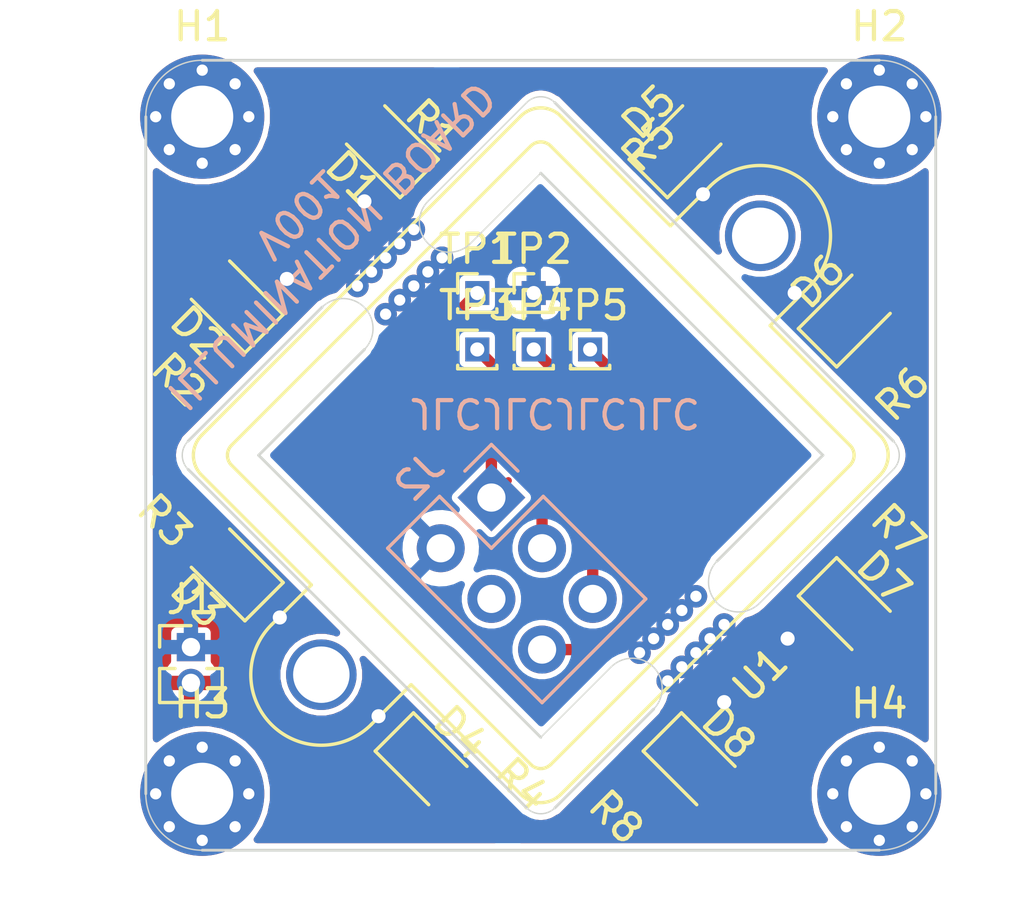
<source format=kicad_pcb>
(kicad_pcb (version 20171130) (host pcbnew "(5.1.6)-1")

  (general
    (thickness 1.6)
    (drawings 30)
    (tracks 75)
    (zones 0)
    (modules 28)
    (nets 16)
  )

  (page A4)
  (layers
    (0 F.Cu signal)
    (31 B.Cu signal)
    (32 B.Adhes user)
    (33 F.Adhes user)
    (34 B.Paste user)
    (35 F.Paste user)
    (36 B.SilkS user)
    (37 F.SilkS user)
    (38 B.Mask user)
    (39 F.Mask user)
    (40 Dwgs.User user)
    (41 Cmts.User user)
    (42 Eco1.User user)
    (43 Eco2.User user)
    (44 Edge.Cuts user)
    (45 Margin user)
    (46 B.CrtYd user)
    (47 F.CrtYd user)
    (48 B.Fab user)
    (49 F.Fab user)
  )

  (setup
    (last_trace_width 0.25)
    (user_trace_width 0.4)
    (trace_clearance 0.2)
    (zone_clearance 0.508)
    (zone_45_only no)
    (trace_min 0.2)
    (via_size 0.8)
    (via_drill 0.4)
    (via_min_size 0.4)
    (via_min_drill 0.3)
    (user_via 1 0.5)
    (uvia_size 0.3)
    (uvia_drill 0.1)
    (uvias_allowed no)
    (uvia_min_size 0.2)
    (uvia_min_drill 0.1)
    (edge_width 0.05)
    (segment_width 0.2)
    (pcb_text_width 0.3)
    (pcb_text_size 1.5 1.5)
    (mod_edge_width 0.12)
    (mod_text_size 1 1)
    (mod_text_width 0.15)
    (pad_size 1.524 1.524)
    (pad_drill 0.762)
    (pad_to_mask_clearance 0.05)
    (aux_axis_origin 0 0)
    (grid_origin 102 118)
    (visible_elements 7FFFFFFF)
    (pcbplotparams
      (layerselection 0x010fc_ffffffff)
      (usegerberextensions false)
      (usegerberattributes true)
      (usegerberadvancedattributes true)
      (creategerberjobfile true)
      (excludeedgelayer true)
      (linewidth 0.100000)
      (plotframeref false)
      (viasonmask false)
      (mode 1)
      (useauxorigin false)
      (hpglpennumber 1)
      (hpglpenspeed 20)
      (hpglpendiameter 15.000000)
      (psnegative false)
      (psa4output false)
      (plotreference true)
      (plotvalue true)
      (plotinvisibletext false)
      (padsonsilk false)
      (subtractmaskfromsilk false)
      (outputformat 1)
      (mirror false)
      (drillshape 0)
      (scaleselection 1)
      (outputdirectory "MFG/"))
  )

  (net 0 "")
  (net 1 "Net-(D1-Pad2)")
  (net 2 GND)
  (net 3 "Net-(D2-Pad2)")
  (net 4 "Net-(D3-Pad2)")
  (net 5 "Net-(D4-Pad2)")
  (net 6 "Net-(D5-Pad2)")
  (net 7 "Net-(D6-Pad2)")
  (net 8 "Net-(D7-Pad2)")
  (net 9 "Net-(D8-Pad2)")
  (net 10 "Net-(J2-Pad4)")
  (net 11 /V_In)
  (net 12 /VCC)
  (net 13 /RST)
  (net 14 /SCLK)
  (net 15 /MISO)

  (net_class Default "This is the default net class."
    (clearance 0.2)
    (trace_width 0.25)
    (via_dia 0.8)
    (via_drill 0.4)
    (uvia_dia 0.3)
    (uvia_drill 0.1)
    (add_net /MISO)
    (add_net /RST)
    (add_net /SCLK)
    (add_net /VCC)
    (add_net /V_In)
    (add_net GND)
    (add_net "Net-(D1-Pad2)")
    (add_net "Net-(D2-Pad2)")
    (add_net "Net-(D3-Pad2)")
    (add_net "Net-(D4-Pad2)")
    (add_net "Net-(D5-Pad2)")
    (add_net "Net-(D6-Pad2)")
    (add_net "Net-(D7-Pad2)")
    (add_net "Net-(D8-Pad2)")
    (add_net "Net-(J2-Pad4)")
  )

  (module Connector_PinHeader_1.00mm:PinHeader_1x01_P1.00mm_Vertical (layer F.Cu) (tedit 59FED738) (tstamp 600FEC53)
    (at 115.75 102.25)
    (descr "Through hole straight pin header, 1x01, 1.00mm pitch, single row")
    (tags "Through hole pin header THT 1x01 1.00mm single row")
    (path /601BC2CD)
    (fp_text reference TP5 (at 0 -1.56) (layer F.SilkS)
      (effects (font (size 1 1) (thickness 0.15)))
    )
    (fp_text value TestPoint (at 0 1.56) (layer F.Fab)
      (effects (font (size 1 1) (thickness 0.15)))
    )
    (fp_line (start 1.15 -1) (end -1.15 -1) (layer F.CrtYd) (width 0.05))
    (fp_line (start 1.15 1) (end 1.15 -1) (layer F.CrtYd) (width 0.05))
    (fp_line (start -1.15 1) (end 1.15 1) (layer F.CrtYd) (width 0.05))
    (fp_line (start -1.15 -1) (end -1.15 1) (layer F.CrtYd) (width 0.05))
    (fp_line (start -0.695 -0.685) (end 0 -0.685) (layer F.SilkS) (width 0.12))
    (fp_line (start -0.695 0) (end -0.695 -0.685) (layer F.SilkS) (width 0.12))
    (fp_line (start 0.608276 0.685) (end 0.695 0.685) (layer F.SilkS) (width 0.12))
    (fp_line (start -0.695 0.685) (end -0.608276 0.685) (layer F.SilkS) (width 0.12))
    (fp_line (start 0.695 0.685) (end 0.695 0.56) (layer F.SilkS) (width 0.12))
    (fp_line (start -0.695 0.685) (end -0.695 0.56) (layer F.SilkS) (width 0.12))
    (fp_line (start -0.695 0.685) (end 0.695 0.685) (layer F.SilkS) (width 0.12))
    (fp_line (start -0.635 -0.1825) (end -0.3175 -0.5) (layer F.Fab) (width 0.1))
    (fp_line (start -0.635 0.5) (end -0.635 -0.1825) (layer F.Fab) (width 0.1))
    (fp_line (start 0.635 0.5) (end -0.635 0.5) (layer F.Fab) (width 0.1))
    (fp_line (start 0.635 -0.5) (end 0.635 0.5) (layer F.Fab) (width 0.1))
    (fp_line (start -0.3175 -0.5) (end 0.635 -0.5) (layer F.Fab) (width 0.1))
    (fp_text user %R (at 0 0 90) (layer F.Fab)
      (effects (font (size 0.76 0.76) (thickness 0.114)))
    )
    (pad 1 thru_hole rect (at 0 0) (size 0.85 0.85) (drill 0.5) (layers *.Cu *.Mask)
      (net 12 /VCC))
    (model ${KISYS3DMOD}/Connector_Pin.3dshapes/Pin_D1.0mm_L10.0mm.step
      (at (xyz 0 0 0))
      (scale (xyz 0.4 0.4 0.6))
      (rotate (xyz 0 0 0))
    )
  )

  (module Connector_PinHeader_1.00mm:PinHeader_1x01_P1.00mm_Vertical (layer F.Cu) (tedit 59FED738) (tstamp 600FEC33)
    (at 113.75 102.25)
    (descr "Through hole straight pin header, 1x01, 1.00mm pitch, single row")
    (tags "Through hole pin header THT 1x01 1.00mm single row")
    (path /601BB8F0)
    (fp_text reference TP4 (at 0 -1.56) (layer F.SilkS)
      (effects (font (size 1 1) (thickness 0.15)))
    )
    (fp_text value TestPoint (at 0 1.56) (layer F.Fab)
      (effects (font (size 1 1) (thickness 0.15)))
    )
    (fp_line (start 1.15 -1) (end -1.15 -1) (layer F.CrtYd) (width 0.05))
    (fp_line (start 1.15 1) (end 1.15 -1) (layer F.CrtYd) (width 0.05))
    (fp_line (start -1.15 1) (end 1.15 1) (layer F.CrtYd) (width 0.05))
    (fp_line (start -1.15 -1) (end -1.15 1) (layer F.CrtYd) (width 0.05))
    (fp_line (start -0.695 -0.685) (end 0 -0.685) (layer F.SilkS) (width 0.12))
    (fp_line (start -0.695 0) (end -0.695 -0.685) (layer F.SilkS) (width 0.12))
    (fp_line (start 0.608276 0.685) (end 0.695 0.685) (layer F.SilkS) (width 0.12))
    (fp_line (start -0.695 0.685) (end -0.608276 0.685) (layer F.SilkS) (width 0.12))
    (fp_line (start 0.695 0.685) (end 0.695 0.56) (layer F.SilkS) (width 0.12))
    (fp_line (start -0.695 0.685) (end -0.695 0.56) (layer F.SilkS) (width 0.12))
    (fp_line (start -0.695 0.685) (end 0.695 0.685) (layer F.SilkS) (width 0.12))
    (fp_line (start -0.635 -0.1825) (end -0.3175 -0.5) (layer F.Fab) (width 0.1))
    (fp_line (start -0.635 0.5) (end -0.635 -0.1825) (layer F.Fab) (width 0.1))
    (fp_line (start 0.635 0.5) (end -0.635 0.5) (layer F.Fab) (width 0.1))
    (fp_line (start 0.635 -0.5) (end 0.635 0.5) (layer F.Fab) (width 0.1))
    (fp_line (start -0.3175 -0.5) (end 0.635 -0.5) (layer F.Fab) (width 0.1))
    (fp_text user %R (at 0 0 90) (layer F.Fab)
      (effects (font (size 0.76 0.76) (thickness 0.114)))
    )
    (pad 1 thru_hole rect (at 0 0) (size 0.85 0.85) (drill 0.5) (layers *.Cu *.Mask)
      (net 13 /RST))
    (model ${KISYS3DMOD}/Connector_PinHeader_1.00mm.3dshapes/PinHeader_1x01_P1.00mm_Vertical.wrl
      (at (xyz 0 0 0))
      (scale (xyz 1 1 1))
      (rotate (xyz 0 0 0))
    )
  )

  (module Connector_PinHeader_1.00mm:PinHeader_1x01_P1.00mm_Vertical (layer F.Cu) (tedit 59FED738) (tstamp 600FEC13)
    (at 111.75 102.25)
    (descr "Through hole straight pin header, 1x01, 1.00mm pitch, single row")
    (tags "Through hole pin header THT 1x01 1.00mm single row")
    (path /601BAE5A)
    (fp_text reference TP3 (at 0 -1.56) (layer F.SilkS)
      (effects (font (size 1 1) (thickness 0.15)))
    )
    (fp_text value TestPoint (at 0 1.56) (layer F.Fab)
      (effects (font (size 1 1) (thickness 0.15)))
    )
    (fp_line (start 1.15 -1) (end -1.15 -1) (layer F.CrtYd) (width 0.05))
    (fp_line (start 1.15 1) (end 1.15 -1) (layer F.CrtYd) (width 0.05))
    (fp_line (start -1.15 1) (end 1.15 1) (layer F.CrtYd) (width 0.05))
    (fp_line (start -1.15 -1) (end -1.15 1) (layer F.CrtYd) (width 0.05))
    (fp_line (start -0.695 -0.685) (end 0 -0.685) (layer F.SilkS) (width 0.12))
    (fp_line (start -0.695 0) (end -0.695 -0.685) (layer F.SilkS) (width 0.12))
    (fp_line (start 0.608276 0.685) (end 0.695 0.685) (layer F.SilkS) (width 0.12))
    (fp_line (start -0.695 0.685) (end -0.608276 0.685) (layer F.SilkS) (width 0.12))
    (fp_line (start 0.695 0.685) (end 0.695 0.56) (layer F.SilkS) (width 0.12))
    (fp_line (start -0.695 0.685) (end -0.695 0.56) (layer F.SilkS) (width 0.12))
    (fp_line (start -0.695 0.685) (end 0.695 0.685) (layer F.SilkS) (width 0.12))
    (fp_line (start -0.635 -0.1825) (end -0.3175 -0.5) (layer F.Fab) (width 0.1))
    (fp_line (start -0.635 0.5) (end -0.635 -0.1825) (layer F.Fab) (width 0.1))
    (fp_line (start 0.635 0.5) (end -0.635 0.5) (layer F.Fab) (width 0.1))
    (fp_line (start 0.635 -0.5) (end 0.635 0.5) (layer F.Fab) (width 0.1))
    (fp_line (start -0.3175 -0.5) (end 0.635 -0.5) (layer F.Fab) (width 0.1))
    (fp_text user %R (at 0 0 90) (layer F.Fab)
      (effects (font (size 0.76 0.76) (thickness 0.114)))
    )
    (pad 1 thru_hole rect (at 0 0) (size 0.85 0.85) (drill 0.5) (layers *.Cu *.Mask)
      (net 14 /SCLK))
    (model ${KISYS3DMOD}/Connector_PinHeader_1.00mm.3dshapes/PinHeader_1x01_P1.00mm_Vertical.wrl
      (at (xyz 0 0 0))
      (scale (xyz 1 1 1))
      (rotate (xyz 0 0 0))
    )
  )

  (module Connector_PinHeader_1.00mm:PinHeader_1x01_P1.00mm_Vertical (layer F.Cu) (tedit 59FED738) (tstamp 600FEBF3)
    (at 113.75 100.25)
    (descr "Through hole straight pin header, 1x01, 1.00mm pitch, single row")
    (tags "Through hole pin header THT 1x01 1.00mm single row")
    (path /601BA3C3)
    (fp_text reference TP2 (at 0 -1.56) (layer F.SilkS)
      (effects (font (size 1 1) (thickness 0.15)))
    )
    (fp_text value TestPoint (at 0 1.56) (layer F.Fab)
      (effects (font (size 1 1) (thickness 0.15)))
    )
    (fp_line (start 1.15 -1) (end -1.15 -1) (layer F.CrtYd) (width 0.05))
    (fp_line (start 1.15 1) (end 1.15 -1) (layer F.CrtYd) (width 0.05))
    (fp_line (start -1.15 1) (end 1.15 1) (layer F.CrtYd) (width 0.05))
    (fp_line (start -1.15 -1) (end -1.15 1) (layer F.CrtYd) (width 0.05))
    (fp_line (start -0.695 -0.685) (end 0 -0.685) (layer F.SilkS) (width 0.12))
    (fp_line (start -0.695 0) (end -0.695 -0.685) (layer F.SilkS) (width 0.12))
    (fp_line (start 0.608276 0.685) (end 0.695 0.685) (layer F.SilkS) (width 0.12))
    (fp_line (start -0.695 0.685) (end -0.608276 0.685) (layer F.SilkS) (width 0.12))
    (fp_line (start 0.695 0.685) (end 0.695 0.56) (layer F.SilkS) (width 0.12))
    (fp_line (start -0.695 0.685) (end -0.695 0.56) (layer F.SilkS) (width 0.12))
    (fp_line (start -0.695 0.685) (end 0.695 0.685) (layer F.SilkS) (width 0.12))
    (fp_line (start -0.635 -0.1825) (end -0.3175 -0.5) (layer F.Fab) (width 0.1))
    (fp_line (start -0.635 0.5) (end -0.635 -0.1825) (layer F.Fab) (width 0.1))
    (fp_line (start 0.635 0.5) (end -0.635 0.5) (layer F.Fab) (width 0.1))
    (fp_line (start 0.635 -0.5) (end 0.635 0.5) (layer F.Fab) (width 0.1))
    (fp_line (start -0.3175 -0.5) (end 0.635 -0.5) (layer F.Fab) (width 0.1))
    (fp_text user %R (at 0 0 90) (layer F.Fab)
      (effects (font (size 0.76 0.76) (thickness 0.114)))
    )
    (pad 1 thru_hole rect (at 0 0) (size 0.85 0.85) (drill 0.5) (layers *.Cu *.Mask)
      (net 2 GND))
    (model ${KISYS3DMOD}/Connector_PinHeader_1.00mm.3dshapes/PinHeader_1x01_P1.00mm_Vertical.wrl
      (at (xyz 0 0 0))
      (scale (xyz 1 1 1))
      (rotate (xyz 0 0 0))
    )
  )

  (module Connector_PinHeader_1.00mm:PinHeader_1x01_P1.00mm_Vertical (layer F.Cu) (tedit 59FED738) (tstamp 600FD140)
    (at 111.75 100.25)
    (descr "Through hole straight pin header, 1x01, 1.00mm pitch, single row")
    (tags "Through hole pin header THT 1x01 1.00mm single row")
    (path /601B8A91)
    (fp_text reference TP1 (at 0 -1.56) (layer F.SilkS)
      (effects (font (size 1 1) (thickness 0.15)))
    )
    (fp_text value TestPoint (at 0 1.56) (layer F.Fab)
      (effects (font (size 1 1) (thickness 0.15)))
    )
    (fp_line (start 1.15 -1) (end -1.15 -1) (layer F.CrtYd) (width 0.05))
    (fp_line (start 1.15 1) (end 1.15 -1) (layer F.CrtYd) (width 0.05))
    (fp_line (start -1.15 1) (end 1.15 1) (layer F.CrtYd) (width 0.05))
    (fp_line (start -1.15 -1) (end -1.15 1) (layer F.CrtYd) (width 0.05))
    (fp_line (start -0.695 -0.685) (end 0 -0.685) (layer F.SilkS) (width 0.12))
    (fp_line (start -0.695 0) (end -0.695 -0.685) (layer F.SilkS) (width 0.12))
    (fp_line (start 0.608276 0.685) (end 0.695 0.685) (layer F.SilkS) (width 0.12))
    (fp_line (start -0.695 0.685) (end -0.608276 0.685) (layer F.SilkS) (width 0.12))
    (fp_line (start 0.695 0.685) (end 0.695 0.56) (layer F.SilkS) (width 0.12))
    (fp_line (start -0.695 0.685) (end -0.695 0.56) (layer F.SilkS) (width 0.12))
    (fp_line (start -0.695 0.685) (end 0.695 0.685) (layer F.SilkS) (width 0.12))
    (fp_line (start -0.635 -0.1825) (end -0.3175 -0.5) (layer F.Fab) (width 0.1))
    (fp_line (start -0.635 0.5) (end -0.635 -0.1825) (layer F.Fab) (width 0.1))
    (fp_line (start 0.635 0.5) (end -0.635 0.5) (layer F.Fab) (width 0.1))
    (fp_line (start 0.635 -0.5) (end 0.635 0.5) (layer F.Fab) (width 0.1))
    (fp_line (start -0.3175 -0.5) (end 0.635 -0.5) (layer F.Fab) (width 0.1))
    (fp_text user %R (at 0 0 90) (layer F.Fab)
      (effects (font (size 0.76 0.76) (thickness 0.114)))
    )
    (pad 1 thru_hole rect (at 0 0) (size 0.85 0.85) (drill 0.5) (layers *.Cu *.Mask)
      (net 15 /MISO))
    (model ${KISYS3DMOD}/Connector_PinHeader_1.00mm.3dshapes/PinHeader_1x01_P1.00mm_Vertical.wrl
      (at (xyz 0 0 0))
      (scale (xyz 1 1 1))
      (rotate (xyz 0 0 0))
    )
  )

  (module Connector_PinHeader_1.27mm:PinHeader_1x02_P1.27mm_Vertical (layer F.Cu) (tedit 59FED6E3) (tstamp 600F9523)
    (at 101.6 112.8)
    (descr "Through hole straight pin header, 1x02, 1.27mm pitch, single row")
    (tags "Through hole pin header THT 1x02 1.27mm single row")
    (path /60174E18)
    (fp_text reference J1 (at 0 -1.695) (layer F.SilkS)
      (effects (font (size 1 1) (thickness 0.15)))
    )
    (fp_text value Conn_01x02_Male (at 0 2.965) (layer F.Fab)
      (effects (font (size 1 1) (thickness 0.15)))
    )
    (fp_line (start 1.55 -1.15) (end -1.55 -1.15) (layer F.CrtYd) (width 0.05))
    (fp_line (start 1.55 2.45) (end 1.55 -1.15) (layer F.CrtYd) (width 0.05))
    (fp_line (start -1.55 2.45) (end 1.55 2.45) (layer F.CrtYd) (width 0.05))
    (fp_line (start -1.55 -1.15) (end -1.55 2.45) (layer F.CrtYd) (width 0.05))
    (fp_line (start -1.11 -0.76) (end 0 -0.76) (layer F.SilkS) (width 0.12))
    (fp_line (start -1.11 0) (end -1.11 -0.76) (layer F.SilkS) (width 0.12))
    (fp_line (start 0.563471 0.76) (end 1.11 0.76) (layer F.SilkS) (width 0.12))
    (fp_line (start -1.11 0.76) (end -0.563471 0.76) (layer F.SilkS) (width 0.12))
    (fp_line (start 1.11 0.76) (end 1.11 1.965) (layer F.SilkS) (width 0.12))
    (fp_line (start -1.11 0.76) (end -1.11 1.965) (layer F.SilkS) (width 0.12))
    (fp_line (start 0.30753 1.965) (end 1.11 1.965) (layer F.SilkS) (width 0.12))
    (fp_line (start -1.11 1.965) (end -0.30753 1.965) (layer F.SilkS) (width 0.12))
    (fp_line (start -1.05 -0.11) (end -0.525 -0.635) (layer F.Fab) (width 0.1))
    (fp_line (start -1.05 1.905) (end -1.05 -0.11) (layer F.Fab) (width 0.1))
    (fp_line (start 1.05 1.905) (end -1.05 1.905) (layer F.Fab) (width 0.1))
    (fp_line (start 1.05 -0.635) (end 1.05 1.905) (layer F.Fab) (width 0.1))
    (fp_line (start -0.525 -0.635) (end 1.05 -0.635) (layer F.Fab) (width 0.1))
    (fp_text user %R (at 0 0.635 90) (layer F.Fab)
      (effects (font (size 1 1) (thickness 0.15)))
    )
    (pad 2 thru_hole oval (at 0 1.27) (size 1 1) (drill 0.65) (layers *.Cu *.Mask)
      (net 11 /V_In))
    (pad 1 thru_hole rect (at 0 0) (size 1 1) (drill 0.65) (layers *.Cu *.Mask)
      (net 2 GND))
    (model ${KISYS3DMOD}/Connector_PinHeader_1.27mm.3dshapes/PinHeader_1x02_P1.27mm_Vertical.wrl
      (at (xyz 0 0 0))
      (scale (xyz 1 1 1))
      (rotate (xyz 0 0 0))
    )
  )

  (module Connector_PinHeader_2.54mm:PinHeader_2x03_P2.54mm_Vertical (layer B.Cu) (tedit 59FED5CC) (tstamp 600FE10D)
    (at 112.25 107.5 225)
    (descr "Through hole straight pin header, 2x03, 2.54mm pitch, double rows")
    (tags "Through hole pin header THT 2x03 2.54mm double row")
    (path /601BEB37)
    (fp_text reference J2 (at 1.27 2.33 225) (layer B.SilkS)
      (effects (font (size 1 1) (thickness 0.15)) (justify mirror))
    )
    (fp_text value Conn_01x06_Female (at 1.27 -7.41 225) (layer B.Fab)
      (effects (font (size 1 1) (thickness 0.15)) (justify mirror))
    )
    (fp_line (start 4.35 1.8) (end -1.8 1.8) (layer B.CrtYd) (width 0.05))
    (fp_line (start 4.35 -6.85) (end 4.35 1.8) (layer B.CrtYd) (width 0.05))
    (fp_line (start -1.8 -6.85) (end 4.35 -6.85) (layer B.CrtYd) (width 0.05))
    (fp_line (start -1.8 1.8) (end -1.8 -6.85) (layer B.CrtYd) (width 0.05))
    (fp_line (start -1.33 1.33) (end 0 1.33) (layer B.SilkS) (width 0.12))
    (fp_line (start -1.33 0) (end -1.33 1.33) (layer B.SilkS) (width 0.12))
    (fp_line (start 1.27 1.33) (end 3.87 1.33) (layer B.SilkS) (width 0.12))
    (fp_line (start 1.27 -1.27) (end 1.27 1.33) (layer B.SilkS) (width 0.12))
    (fp_line (start -1.33 -1.27) (end 1.27 -1.27) (layer B.SilkS) (width 0.12))
    (fp_line (start 3.87 1.33) (end 3.87 -6.41) (layer B.SilkS) (width 0.12))
    (fp_line (start -1.33 -1.27) (end -1.33 -6.41) (layer B.SilkS) (width 0.12))
    (fp_line (start -1.33 -6.41) (end 3.87 -6.41) (layer B.SilkS) (width 0.12))
    (fp_line (start -1.27 0) (end 0 1.27) (layer B.Fab) (width 0.1))
    (fp_line (start -1.27 -6.35) (end -1.27 0) (layer B.Fab) (width 0.1))
    (fp_line (start 3.81 -6.35) (end -1.27 -6.35) (layer B.Fab) (width 0.1))
    (fp_line (start 3.81 1.27) (end 3.81 -6.35) (layer B.Fab) (width 0.1))
    (fp_line (start 0 1.27) (end 3.81 1.27) (layer B.Fab) (width 0.1))
    (fp_text user %R (at 1.27 -2.54 -45) (layer B.Fab)
      (effects (font (size 1 1) (thickness 0.15)) (justify mirror))
    )
    (pad 6 thru_hole oval (at 2.54 -5.08 225) (size 1.7 1.7) (drill 1) (layers *.Cu *.Mask)
      (net 12 /VCC))
    (pad 5 thru_hole oval (at 0 -5.08 225) (size 1.7 1.7) (drill 1) (layers *.Cu *.Mask)
      (net 13 /RST))
    (pad 4 thru_hole oval (at 2.54 -2.54 225) (size 1.7 1.7) (drill 1) (layers *.Cu *.Mask)
      (net 10 "Net-(J2-Pad4)"))
    (pad 3 thru_hole oval (at 0 -2.54 225) (size 1.7 1.7) (drill 1) (layers *.Cu *.Mask)
      (net 14 /SCLK))
    (pad 2 thru_hole oval (at 2.54 0 225) (size 1.7 1.7) (drill 1) (layers *.Cu *.Mask)
      (net 2 GND))
    (pad 1 thru_hole rect (at 0 0 225) (size 1.7 1.7) (drill 1) (layers *.Cu *.Mask)
      (net 15 /MISO))
    (model ${KISYS3DMOD}/Connector_PinHeader_2.54mm.3dshapes/PinHeader_2x03_P2.54mm_Vertical.wrl
      (at (xyz 0 0 0))
      (scale (xyz 1 1 1))
      (rotate (xyz 0 0 0))
    )
  )

  (module Resistor_SMD:R_0402_1005Metric (layer F.Cu) (tedit 5B301BBD) (tstamp 600FBA05)
    (at 117.5 118 135)
    (descr "Resistor SMD 0402 (1005 Metric), square (rectangular) end terminal, IPC_7351 nominal, (Body size source: http://www.tortai-tech.com/upload/download/2011102023233369053.pdf), generated with kicad-footprint-generator")
    (tags resistor)
    (path /6019F1F5)
    (attr smd)
    (fp_text reference R8 (at 0 -1.17 135) (layer F.SilkS)
      (effects (font (size 1 1) (thickness 0.15)))
    )
    (fp_text value R_Small (at 0 1.17 135) (layer F.Fab)
      (effects (font (size 1 1) (thickness 0.15)))
    )
    (fp_line (start 0.93 0.47) (end -0.93 0.47) (layer F.CrtYd) (width 0.05))
    (fp_line (start 0.93 -0.47) (end 0.93 0.47) (layer F.CrtYd) (width 0.05))
    (fp_line (start -0.93 -0.47) (end 0.93 -0.47) (layer F.CrtYd) (width 0.05))
    (fp_line (start -0.93 0.47) (end -0.93 -0.47) (layer F.CrtYd) (width 0.05))
    (fp_line (start 0.5 0.25) (end -0.5 0.25) (layer F.Fab) (width 0.1))
    (fp_line (start 0.5 -0.25) (end 0.5 0.25) (layer F.Fab) (width 0.1))
    (fp_line (start -0.5 -0.25) (end 0.5 -0.25) (layer F.Fab) (width 0.1))
    (fp_line (start -0.5 0.25) (end -0.5 -0.25) (layer F.Fab) (width 0.1))
    (fp_text user %R (at 0 0 135) (layer F.Fab)
      (effects (font (size 0.25 0.25) (thickness 0.04)))
    )
    (pad 2 smd roundrect (at 0.485 0 135) (size 0.59 0.64) (layers F.Cu F.Paste F.Mask) (roundrect_rratio 0.25)
      (net 11 /V_In))
    (pad 1 smd roundrect (at -0.485 0 135) (size 0.59 0.64) (layers F.Cu F.Paste F.Mask) (roundrect_rratio 0.25)
      (net 9 "Net-(D8-Pad2)"))
    (model ${KISYS3DMOD}/Resistor_SMD.3dshapes/R_0402_1005Metric.wrl
      (at (xyz 0 0 0))
      (scale (xyz 1 1 1))
      (rotate (xyz 0 0 0))
    )
  )

  (module Resistor_SMD:R_0402_1005Metric (layer F.Cu) (tedit 5B301BBD) (tstamp 600FB9F6)
    (at 125.842947 109.5 315)
    (descr "Resistor SMD 0402 (1005 Metric), square (rectangular) end terminal, IPC_7351 nominal, (Body size source: http://www.tortai-tech.com/upload/download/2011102023233369053.pdf), generated with kicad-footprint-generator")
    (tags resistor)
    (path /6019E485)
    (attr smd)
    (fp_text reference R7 (at 0 -1.17 135) (layer F.SilkS)
      (effects (font (size 1 1) (thickness 0.15)))
    )
    (fp_text value R_Small (at 0 1.17 135) (layer F.Fab)
      (effects (font (size 1 1) (thickness 0.15)))
    )
    (fp_line (start 0.93 0.47) (end -0.93 0.47) (layer F.CrtYd) (width 0.05))
    (fp_line (start 0.93 -0.47) (end 0.93 0.47) (layer F.CrtYd) (width 0.05))
    (fp_line (start -0.93 -0.47) (end 0.93 -0.47) (layer F.CrtYd) (width 0.05))
    (fp_line (start -0.93 0.47) (end -0.93 -0.47) (layer F.CrtYd) (width 0.05))
    (fp_line (start 0.5 0.25) (end -0.5 0.25) (layer F.Fab) (width 0.1))
    (fp_line (start 0.5 -0.25) (end 0.5 0.25) (layer F.Fab) (width 0.1))
    (fp_line (start -0.5 -0.25) (end 0.5 -0.25) (layer F.Fab) (width 0.1))
    (fp_line (start -0.5 0.25) (end -0.5 -0.25) (layer F.Fab) (width 0.1))
    (fp_text user %R (at 0 0 135) (layer F.Fab)
      (effects (font (size 0.25 0.25) (thickness 0.04)))
    )
    (pad 2 smd roundrect (at 0.485 0 315) (size 0.59 0.64) (layers F.Cu F.Paste F.Mask) (roundrect_rratio 0.25)
      (net 11 /V_In))
    (pad 1 smd roundrect (at -0.485 0 315) (size 0.59 0.64) (layers F.Cu F.Paste F.Mask) (roundrect_rratio 0.25)
      (net 8 "Net-(D7-Pad2)"))
    (model ${KISYS3DMOD}/Resistor_SMD.3dshapes/R_0402_1005Metric.wrl
      (at (xyz 0 0 0))
      (scale (xyz 1 1 1))
      (rotate (xyz 0 0 0))
    )
  )

  (module LED_SMD:LED_0805_2012Metric (layer F.Cu) (tedit 5B36C52C) (tstamp 600FB899)
    (at 119.5 117 315)
    (descr "LED SMD 0805 (2012 Metric), square (rectangular) end terminal, IPC_7351 nominal, (Body size source: https://docs.google.com/spreadsheets/d/1BsfQQcO9C6DZCsRaXUlFlo91Tg2WpOkGARC1WS5S8t0/edit?usp=sharing), generated with kicad-footprint-generator")
    (tags diode)
    (path /6019F1EE)
    (attr smd)
    (fp_text reference D8 (at 0 -1.65 135) (layer F.SilkS)
      (effects (font (size 1 1) (thickness 0.15)))
    )
    (fp_text value LED (at 0 1.65 135) (layer F.Fab)
      (effects (font (size 1 1) (thickness 0.15)))
    )
    (fp_line (start 1.68 0.95) (end -1.68 0.95) (layer F.CrtYd) (width 0.05))
    (fp_line (start 1.68 -0.95) (end 1.68 0.95) (layer F.CrtYd) (width 0.05))
    (fp_line (start -1.68 -0.95) (end 1.68 -0.95) (layer F.CrtYd) (width 0.05))
    (fp_line (start -1.68 0.95) (end -1.68 -0.95) (layer F.CrtYd) (width 0.05))
    (fp_line (start -1.685 0.96) (end 1 0.96) (layer F.SilkS) (width 0.12))
    (fp_line (start -1.685 -0.96) (end -1.685 0.96) (layer F.SilkS) (width 0.12))
    (fp_line (start 1 -0.96) (end -1.685 -0.96) (layer F.SilkS) (width 0.12))
    (fp_line (start 1 0.6) (end 1 -0.6) (layer F.Fab) (width 0.1))
    (fp_line (start -1 0.6) (end 1 0.6) (layer F.Fab) (width 0.1))
    (fp_line (start -1 -0.3) (end -1 0.6) (layer F.Fab) (width 0.1))
    (fp_line (start -0.7 -0.6) (end -1 -0.3) (layer F.Fab) (width 0.1))
    (fp_line (start 1 -0.6) (end -0.7 -0.6) (layer F.Fab) (width 0.1))
    (fp_text user %R (at 0 0 135) (layer F.Fab)
      (effects (font (size 0.5 0.5) (thickness 0.08)))
    )
    (pad 2 smd roundrect (at 0.9375 0 315) (size 0.975 1.4) (layers F.Cu F.Paste F.Mask) (roundrect_rratio 0.25)
      (net 9 "Net-(D8-Pad2)"))
    (pad 1 smd roundrect (at -0.9375 0 315) (size 0.975 1.4) (layers F.Cu F.Paste F.Mask) (roundrect_rratio 0.25)
      (net 2 GND))
    (model ${KISYS3DMOD}/LED_SMD.3dshapes/LED_0805_2012Metric.wrl
      (at (xyz 0 0 0))
      (scale (xyz 1 1 1))
      (rotate (xyz 0 0 0))
    )
  )

  (module LED_SMD:LED_0805_2012Metric (layer F.Cu) (tedit 5B36C52C) (tstamp 600FB886)
    (at 125 111.5 315)
    (descr "LED SMD 0805 (2012 Metric), square (rectangular) end terminal, IPC_7351 nominal, (Body size source: https://docs.google.com/spreadsheets/d/1BsfQQcO9C6DZCsRaXUlFlo91Tg2WpOkGARC1WS5S8t0/edit?usp=sharing), generated with kicad-footprint-generator")
    (tags diode)
    (path /6019E47E)
    (attr smd)
    (fp_text reference D7 (at 0 -1.65 135) (layer F.SilkS)
      (effects (font (size 1 1) (thickness 0.15)))
    )
    (fp_text value LED (at 0 1.65 135) (layer F.Fab)
      (effects (font (size 1 1) (thickness 0.15)))
    )
    (fp_line (start 1.68 0.95) (end -1.68 0.95) (layer F.CrtYd) (width 0.05))
    (fp_line (start 1.68 -0.95) (end 1.68 0.95) (layer F.CrtYd) (width 0.05))
    (fp_line (start -1.68 -0.95) (end 1.68 -0.95) (layer F.CrtYd) (width 0.05))
    (fp_line (start -1.68 0.95) (end -1.68 -0.95) (layer F.CrtYd) (width 0.05))
    (fp_line (start -1.685 0.96) (end 1 0.96) (layer F.SilkS) (width 0.12))
    (fp_line (start -1.685 -0.96) (end -1.685 0.96) (layer F.SilkS) (width 0.12))
    (fp_line (start 1 -0.96) (end -1.685 -0.96) (layer F.SilkS) (width 0.12))
    (fp_line (start 1 0.6) (end 1 -0.6) (layer F.Fab) (width 0.1))
    (fp_line (start -1 0.6) (end 1 0.6) (layer F.Fab) (width 0.1))
    (fp_line (start -1 -0.3) (end -1 0.6) (layer F.Fab) (width 0.1))
    (fp_line (start -0.7 -0.6) (end -1 -0.3) (layer F.Fab) (width 0.1))
    (fp_line (start 1 -0.6) (end -0.7 -0.6) (layer F.Fab) (width 0.1))
    (fp_text user %R (at 0 0 135) (layer F.Fab)
      (effects (font (size 0.5 0.5) (thickness 0.08)))
    )
    (pad 2 smd roundrect (at 0.9375 0 315) (size 0.975 1.4) (layers F.Cu F.Paste F.Mask) (roundrect_rratio 0.25)
      (net 8 "Net-(D7-Pad2)"))
    (pad 1 smd roundrect (at -0.9375 0 315) (size 0.975 1.4) (layers F.Cu F.Paste F.Mask) (roundrect_rratio 0.25)
      (net 2 GND))
    (model ${KISYS3DMOD}/LED_SMD.3dshapes/LED_0805_2012Metric.wrl
      (at (xyz 0 0 0))
      (scale (xyz 1 1 1))
      (rotate (xyz 0 0 0))
    )
  )

  (module LED_SMD:LED_0805_2012Metric (layer F.Cu) (tedit 5B36C52C) (tstamp 600F950B)
    (at 125 101 45)
    (descr "LED SMD 0805 (2012 Metric), square (rectangular) end terminal, IPC_7351 nominal, (Body size source: https://docs.google.com/spreadsheets/d/1BsfQQcO9C6DZCsRaXUlFlo91Tg2WpOkGARC1WS5S8t0/edit?usp=sharing), generated with kicad-footprint-generator")
    (tags diode)
    (path /6017CF4A)
    (attr smd)
    (fp_text reference D6 (at 0 -1.65 45) (layer F.SilkS)
      (effects (font (size 1 1) (thickness 0.15)))
    )
    (fp_text value LED (at 0 1.65 45) (layer F.Fab)
      (effects (font (size 1 1) (thickness 0.15)))
    )
    (fp_line (start 1.68 0.95) (end -1.68 0.95) (layer F.CrtYd) (width 0.05))
    (fp_line (start 1.68 -0.95) (end 1.68 0.95) (layer F.CrtYd) (width 0.05))
    (fp_line (start -1.68 -0.95) (end 1.68 -0.95) (layer F.CrtYd) (width 0.05))
    (fp_line (start -1.68 0.95) (end -1.68 -0.95) (layer F.CrtYd) (width 0.05))
    (fp_line (start -1.685 0.96) (end 1 0.96) (layer F.SilkS) (width 0.12))
    (fp_line (start -1.685 -0.96) (end -1.685 0.96) (layer F.SilkS) (width 0.12))
    (fp_line (start 1 -0.96) (end -1.685 -0.96) (layer F.SilkS) (width 0.12))
    (fp_line (start 1 0.6) (end 1 -0.6) (layer F.Fab) (width 0.1))
    (fp_line (start -1 0.6) (end 1 0.6) (layer F.Fab) (width 0.1))
    (fp_line (start -1 -0.3) (end -1 0.6) (layer F.Fab) (width 0.1))
    (fp_line (start -0.7 -0.6) (end -1 -0.3) (layer F.Fab) (width 0.1))
    (fp_line (start 1 -0.6) (end -0.7 -0.6) (layer F.Fab) (width 0.1))
    (fp_text user %R (at 0 0 45) (layer F.Fab)
      (effects (font (size 0.5 0.5) (thickness 0.08)))
    )
    (pad 2 smd roundrect (at 0.9375 0 45) (size 0.975 1.4) (layers F.Cu F.Paste F.Mask) (roundrect_rratio 0.25)
      (net 7 "Net-(D6-Pad2)"))
    (pad 1 smd roundrect (at -0.9375 0 45) (size 0.975 1.4) (layers F.Cu F.Paste F.Mask) (roundrect_rratio 0.25)
      (net 2 GND))
    (model ${KISYS3DMOD}/LED_SMD.3dshapes/LED_0805_2012Metric.wrl
      (at (xyz 0 0 0))
      (scale (xyz 1 1 1))
      (rotate (xyz 0 0 0))
    )
  )

  (module LED_SMD:LED_0805_2012Metric (layer F.Cu) (tedit 5B36C52C) (tstamp 600F94FA)
    (at 119 95 45)
    (descr "LED SMD 0805 (2012 Metric), square (rectangular) end terminal, IPC_7351 nominal, (Body size source: https://docs.google.com/spreadsheets/d/1BsfQQcO9C6DZCsRaXUlFlo91Tg2WpOkGARC1WS5S8t0/edit?usp=sharing), generated with kicad-footprint-generator")
    (tags diode)
    (path /6017CC58)
    (attr smd)
    (fp_text reference D5 (at 0 -1.65 45) (layer F.SilkS)
      (effects (font (size 1 1) (thickness 0.15)))
    )
    (fp_text value LED (at 0 1.65 45) (layer F.Fab)
      (effects (font (size 1 1) (thickness 0.15)))
    )
    (fp_line (start 1.68 0.95) (end -1.68 0.95) (layer F.CrtYd) (width 0.05))
    (fp_line (start 1.68 -0.95) (end 1.68 0.95) (layer F.CrtYd) (width 0.05))
    (fp_line (start -1.68 -0.95) (end 1.68 -0.95) (layer F.CrtYd) (width 0.05))
    (fp_line (start -1.68 0.95) (end -1.68 -0.95) (layer F.CrtYd) (width 0.05))
    (fp_line (start -1.685 0.96) (end 1 0.96) (layer F.SilkS) (width 0.12))
    (fp_line (start -1.685 -0.96) (end -1.685 0.96) (layer F.SilkS) (width 0.12))
    (fp_line (start 1 -0.96) (end -1.685 -0.96) (layer F.SilkS) (width 0.12))
    (fp_line (start 1 0.6) (end 1 -0.6) (layer F.Fab) (width 0.1))
    (fp_line (start -1 0.6) (end 1 0.6) (layer F.Fab) (width 0.1))
    (fp_line (start -1 -0.3) (end -1 0.6) (layer F.Fab) (width 0.1))
    (fp_line (start -0.7 -0.6) (end -1 -0.3) (layer F.Fab) (width 0.1))
    (fp_line (start 1 -0.6) (end -0.7 -0.6) (layer F.Fab) (width 0.1))
    (fp_text user %R (at 0 0 45) (layer F.Fab)
      (effects (font (size 0.5 0.5) (thickness 0.08)))
    )
    (pad 2 smd roundrect (at 0.9375 0 45) (size 0.975 1.4) (layers F.Cu F.Paste F.Mask) (roundrect_rratio 0.25)
      (net 6 "Net-(D5-Pad2)"))
    (pad 1 smd roundrect (at -0.9375 0 45) (size 0.975 1.4) (layers F.Cu F.Paste F.Mask) (roundrect_rratio 0.25)
      (net 2 GND))
    (model ${KISYS3DMOD}/LED_SMD.3dshapes/LED_0805_2012Metric.wrl
      (at (xyz 0 0 0))
      (scale (xyz 1 1 1))
      (rotate (xyz 0 0 0))
    )
  )

  (module LED_SMD:LED_0805_2012Metric (layer F.Cu) (tedit 5B36C52C) (tstamp 600F94E9)
    (at 110 117 315)
    (descr "LED SMD 0805 (2012 Metric), square (rectangular) end terminal, IPC_7351 nominal, (Body size source: https://docs.google.com/spreadsheets/d/1BsfQQcO9C6DZCsRaXUlFlo91Tg2WpOkGARC1WS5S8t0/edit?usp=sharing), generated with kicad-footprint-generator")
    (tags diode)
    (path /6017C79C)
    (attr smd)
    (fp_text reference D4 (at 0 -1.65 135) (layer F.SilkS)
      (effects (font (size 1 1) (thickness 0.15)))
    )
    (fp_text value LED (at 0 1.65 135) (layer F.Fab)
      (effects (font (size 1 1) (thickness 0.15)))
    )
    (fp_line (start 1.68 0.95) (end -1.68 0.95) (layer F.CrtYd) (width 0.05))
    (fp_line (start 1.68 -0.95) (end 1.68 0.95) (layer F.CrtYd) (width 0.05))
    (fp_line (start -1.68 -0.95) (end 1.68 -0.95) (layer F.CrtYd) (width 0.05))
    (fp_line (start -1.68 0.95) (end -1.68 -0.95) (layer F.CrtYd) (width 0.05))
    (fp_line (start -1.685 0.96) (end 1 0.96) (layer F.SilkS) (width 0.12))
    (fp_line (start -1.685 -0.96) (end -1.685 0.96) (layer F.SilkS) (width 0.12))
    (fp_line (start 1 -0.96) (end -1.685 -0.96) (layer F.SilkS) (width 0.12))
    (fp_line (start 1 0.6) (end 1 -0.6) (layer F.Fab) (width 0.1))
    (fp_line (start -1 0.6) (end 1 0.6) (layer F.Fab) (width 0.1))
    (fp_line (start -1 -0.3) (end -1 0.6) (layer F.Fab) (width 0.1))
    (fp_line (start -0.7 -0.6) (end -1 -0.3) (layer F.Fab) (width 0.1))
    (fp_line (start 1 -0.6) (end -0.7 -0.6) (layer F.Fab) (width 0.1))
    (fp_text user %R (at 0 0 135) (layer F.Fab)
      (effects (font (size 0.5 0.5) (thickness 0.08)))
    )
    (pad 2 smd roundrect (at 0.9375 0 315) (size 0.975 1.4) (layers F.Cu F.Paste F.Mask) (roundrect_rratio 0.25)
      (net 5 "Net-(D4-Pad2)"))
    (pad 1 smd roundrect (at -0.9375 0 315) (size 0.975 1.4) (layers F.Cu F.Paste F.Mask) (roundrect_rratio 0.25)
      (net 2 GND))
    (model ${KISYS3DMOD}/LED_SMD.3dshapes/LED_0805_2012Metric.wrl
      (at (xyz 0 0 0))
      (scale (xyz 1 1 1))
      (rotate (xyz 0 0 0))
    )
  )

  (module LED_SMD:LED_0805_2012Metric (layer F.Cu) (tedit 5B36C52C) (tstamp 600F94D8)
    (at 103 110 135)
    (descr "LED SMD 0805 (2012 Metric), square (rectangular) end terminal, IPC_7351 nominal, (Body size source: https://docs.google.com/spreadsheets/d/1BsfQQcO9C6DZCsRaXUlFlo91Tg2WpOkGARC1WS5S8t0/edit?usp=sharing), generated with kicad-footprint-generator")
    (tags diode)
    (path /6017AACC)
    (attr smd)
    (fp_text reference D3 (at 0 -1.65 135) (layer F.SilkS)
      (effects (font (size 1 1) (thickness 0.15)))
    )
    (fp_text value LED (at 0 1.65 135) (layer F.Fab)
      (effects (font (size 1 1) (thickness 0.15)))
    )
    (fp_line (start 1.68 0.95) (end -1.68 0.95) (layer F.CrtYd) (width 0.05))
    (fp_line (start 1.68 -0.95) (end 1.68 0.95) (layer F.CrtYd) (width 0.05))
    (fp_line (start -1.68 -0.95) (end 1.68 -0.95) (layer F.CrtYd) (width 0.05))
    (fp_line (start -1.68 0.95) (end -1.68 -0.95) (layer F.CrtYd) (width 0.05))
    (fp_line (start -1.685 0.96) (end 1 0.96) (layer F.SilkS) (width 0.12))
    (fp_line (start -1.685 -0.96) (end -1.685 0.96) (layer F.SilkS) (width 0.12))
    (fp_line (start 1 -0.96) (end -1.685 -0.96) (layer F.SilkS) (width 0.12))
    (fp_line (start 1 0.6) (end 1 -0.6) (layer F.Fab) (width 0.1))
    (fp_line (start -1 0.6) (end 1 0.6) (layer F.Fab) (width 0.1))
    (fp_line (start -1 -0.3) (end -1 0.6) (layer F.Fab) (width 0.1))
    (fp_line (start -0.7 -0.6) (end -1 -0.3) (layer F.Fab) (width 0.1))
    (fp_line (start 1 -0.6) (end -0.7 -0.6) (layer F.Fab) (width 0.1))
    (fp_text user %R (at 0 0 135) (layer F.Fab)
      (effects (font (size 0.5 0.5) (thickness 0.08)))
    )
    (pad 2 smd roundrect (at 0.9375 0 135) (size 0.975 1.4) (layers F.Cu F.Paste F.Mask) (roundrect_rratio 0.25)
      (net 4 "Net-(D3-Pad2)"))
    (pad 1 smd roundrect (at -0.9375 0 135) (size 0.975 1.4) (layers F.Cu F.Paste F.Mask) (roundrect_rratio 0.25)
      (net 2 GND))
    (model ${KISYS3DMOD}/LED_SMD.3dshapes/LED_0805_2012Metric.wrl
      (at (xyz 0 0 0))
      (scale (xyz 1 1 1))
      (rotate (xyz 0 0 0))
    )
  )

  (module LED_SMD:LED_0805_2012Metric (layer F.Cu) (tedit 5B36C52C) (tstamp 600F94C7)
    (at 103 100.5 135)
    (descr "LED SMD 0805 (2012 Metric), square (rectangular) end terminal, IPC_7351 nominal, (Body size source: https://docs.google.com/spreadsheets/d/1BsfQQcO9C6DZCsRaXUlFlo91Tg2WpOkGARC1WS5S8t0/edit?usp=sharing), generated with kicad-footprint-generator")
    (tags diode)
    (path /6017790E)
    (attr smd)
    (fp_text reference D2 (at 0 -1.65 135) (layer F.SilkS)
      (effects (font (size 1 1) (thickness 0.15)))
    )
    (fp_text value LED (at 0 1.65 135) (layer F.Fab)
      (effects (font (size 1 1) (thickness 0.15)))
    )
    (fp_line (start 1.68 0.95) (end -1.68 0.95) (layer F.CrtYd) (width 0.05))
    (fp_line (start 1.68 -0.95) (end 1.68 0.95) (layer F.CrtYd) (width 0.05))
    (fp_line (start -1.68 -0.95) (end 1.68 -0.95) (layer F.CrtYd) (width 0.05))
    (fp_line (start -1.68 0.95) (end -1.68 -0.95) (layer F.CrtYd) (width 0.05))
    (fp_line (start -1.685 0.96) (end 1 0.96) (layer F.SilkS) (width 0.12))
    (fp_line (start -1.685 -0.96) (end -1.685 0.96) (layer F.SilkS) (width 0.12))
    (fp_line (start 1 -0.96) (end -1.685 -0.96) (layer F.SilkS) (width 0.12))
    (fp_line (start 1 0.6) (end 1 -0.6) (layer F.Fab) (width 0.1))
    (fp_line (start -1 0.6) (end 1 0.6) (layer F.Fab) (width 0.1))
    (fp_line (start -1 -0.3) (end -1 0.6) (layer F.Fab) (width 0.1))
    (fp_line (start -0.7 -0.6) (end -1 -0.3) (layer F.Fab) (width 0.1))
    (fp_line (start 1 -0.6) (end -0.7 -0.6) (layer F.Fab) (width 0.1))
    (fp_text user %R (at 0 0 135) (layer F.Fab)
      (effects (font (size 0.5 0.5) (thickness 0.08)))
    )
    (pad 2 smd roundrect (at 0.9375 0 135) (size 0.975 1.4) (layers F.Cu F.Paste F.Mask) (roundrect_rratio 0.25)
      (net 3 "Net-(D2-Pad2)"))
    (pad 1 smd roundrect (at -0.9375 0 135) (size 0.975 1.4) (layers F.Cu F.Paste F.Mask) (roundrect_rratio 0.25)
      (net 2 GND))
    (model ${KISYS3DMOD}/LED_SMD.3dshapes/LED_0805_2012Metric.wrl
      (at (xyz 0 0 0))
      (scale (xyz 1 1 1))
      (rotate (xyz 0 0 0))
    )
  )

  (module MountingHole:MountingHole_2.2mm_M2_Pad_Via (layer F.Cu) (tedit 56DDB9C7) (tstamp 600FA6B1)
    (at 126 118)
    (descr "Mounting Hole 2.2mm, M2")
    (tags "mounting hole 2.2mm m2")
    (path /60190A3A)
    (attr virtual)
    (fp_text reference H4 (at 0 -3.2) (layer F.SilkS)
      (effects (font (size 1 1) (thickness 0.15)))
    )
    (fp_text value MountingHole (at 0 3.2) (layer F.Fab)
      (effects (font (size 1 1) (thickness 0.15)))
    )
    (fp_circle (center 0 0) (end 2.45 0) (layer F.CrtYd) (width 0.05))
    (fp_circle (center 0 0) (end 2.2 0) (layer Cmts.User) (width 0.15))
    (fp_text user %R (at 0.3 0) (layer F.Fab)
      (effects (font (size 1 1) (thickness 0.15)))
    )
    (pad 1 thru_hole circle (at 1.166726 -1.166726) (size 0.7 0.7) (drill 0.4) (layers *.Cu *.Mask))
    (pad 1 thru_hole circle (at 0 -1.65) (size 0.7 0.7) (drill 0.4) (layers *.Cu *.Mask))
    (pad 1 thru_hole circle (at -1.166726 -1.166726) (size 0.7 0.7) (drill 0.4) (layers *.Cu *.Mask))
    (pad 1 thru_hole circle (at -1.65 0) (size 0.7 0.7) (drill 0.4) (layers *.Cu *.Mask))
    (pad 1 thru_hole circle (at -1.166726 1.166726) (size 0.7 0.7) (drill 0.4) (layers *.Cu *.Mask))
    (pad 1 thru_hole circle (at 0 1.65) (size 0.7 0.7) (drill 0.4) (layers *.Cu *.Mask))
    (pad 1 thru_hole circle (at 1.166726 1.166726) (size 0.7 0.7) (drill 0.4) (layers *.Cu *.Mask))
    (pad 1 thru_hole circle (at 1.65 0) (size 0.7 0.7) (drill 0.4) (layers *.Cu *.Mask))
    (pad 1 thru_hole circle (at 0 0) (size 4.4 4.4) (drill 2.2) (layers *.Cu *.Mask))
  )

  (module MountingHole:MountingHole_2.2mm_M2_Pad_Via (layer F.Cu) (tedit 56DDB9C7) (tstamp 600FA6A1)
    (at 102 118)
    (descr "Mounting Hole 2.2mm, M2")
    (tags "mounting hole 2.2mm m2")
    (path /6019054F)
    (attr virtual)
    (fp_text reference H3 (at 0 -3.2) (layer F.SilkS)
      (effects (font (size 1 1) (thickness 0.15)))
    )
    (fp_text value MountingHole (at 0 3.2) (layer F.Fab)
      (effects (font (size 1 1) (thickness 0.15)))
    )
    (fp_circle (center 0 0) (end 2.45 0) (layer F.CrtYd) (width 0.05))
    (fp_circle (center 0 0) (end 2.2 0) (layer Cmts.User) (width 0.15))
    (fp_text user %R (at 0.3 0) (layer F.Fab)
      (effects (font (size 1 1) (thickness 0.15)))
    )
    (pad 1 thru_hole circle (at 1.166726 -1.166726) (size 0.7 0.7) (drill 0.4) (layers *.Cu *.Mask))
    (pad 1 thru_hole circle (at 0 -1.65) (size 0.7 0.7) (drill 0.4) (layers *.Cu *.Mask))
    (pad 1 thru_hole circle (at -1.166726 -1.166726) (size 0.7 0.7) (drill 0.4) (layers *.Cu *.Mask))
    (pad 1 thru_hole circle (at -1.65 0) (size 0.7 0.7) (drill 0.4) (layers *.Cu *.Mask))
    (pad 1 thru_hole circle (at -1.166726 1.166726) (size 0.7 0.7) (drill 0.4) (layers *.Cu *.Mask))
    (pad 1 thru_hole circle (at 0 1.65) (size 0.7 0.7) (drill 0.4) (layers *.Cu *.Mask))
    (pad 1 thru_hole circle (at 1.166726 1.166726) (size 0.7 0.7) (drill 0.4) (layers *.Cu *.Mask))
    (pad 1 thru_hole circle (at 1.65 0) (size 0.7 0.7) (drill 0.4) (layers *.Cu *.Mask))
    (pad 1 thru_hole circle (at 0 0) (size 4.4 4.4) (drill 2.2) (layers *.Cu *.Mask))
  )

  (module MountingHole:MountingHole_2.2mm_M2_Pad_Via (layer F.Cu) (tedit 56DDB9C7) (tstamp 600FA691)
    (at 126 94)
    (descr "Mounting Hole 2.2mm, M2")
    (tags "mounting hole 2.2mm m2")
    (path /6018FF29)
    (attr virtual)
    (fp_text reference H2 (at 0 -3.2) (layer F.SilkS)
      (effects (font (size 1 1) (thickness 0.15)))
    )
    (fp_text value MountingHole (at 0 3.2) (layer F.Fab)
      (effects (font (size 1 1) (thickness 0.15)))
    )
    (fp_circle (center 0 0) (end 2.45 0) (layer F.CrtYd) (width 0.05))
    (fp_circle (center 0 0) (end 2.2 0) (layer Cmts.User) (width 0.15))
    (fp_text user %R (at 0.3 0) (layer F.Fab)
      (effects (font (size 1 1) (thickness 0.15)))
    )
    (pad 1 thru_hole circle (at 1.166726 -1.166726) (size 0.7 0.7) (drill 0.4) (layers *.Cu *.Mask))
    (pad 1 thru_hole circle (at 0 -1.65) (size 0.7 0.7) (drill 0.4) (layers *.Cu *.Mask))
    (pad 1 thru_hole circle (at -1.166726 -1.166726) (size 0.7 0.7) (drill 0.4) (layers *.Cu *.Mask))
    (pad 1 thru_hole circle (at -1.65 0) (size 0.7 0.7) (drill 0.4) (layers *.Cu *.Mask))
    (pad 1 thru_hole circle (at -1.166726 1.166726) (size 0.7 0.7) (drill 0.4) (layers *.Cu *.Mask))
    (pad 1 thru_hole circle (at 0 1.65) (size 0.7 0.7) (drill 0.4) (layers *.Cu *.Mask))
    (pad 1 thru_hole circle (at 1.166726 1.166726) (size 0.7 0.7) (drill 0.4) (layers *.Cu *.Mask))
    (pad 1 thru_hole circle (at 1.65 0) (size 0.7 0.7) (drill 0.4) (layers *.Cu *.Mask))
    (pad 1 thru_hole circle (at 0 0) (size 4.4 4.4) (drill 2.2) (layers *.Cu *.Mask))
  )

  (module MountingHole:MountingHole_2.2mm_M2_Pad_Via (layer F.Cu) (tedit 56DDB9C7) (tstamp 600FAB2E)
    (at 102 94)
    (descr "Mounting Hole 2.2mm, M2")
    (tags "mounting hole 2.2mm m2")
    (path /6018EB6F)
    (attr virtual)
    (fp_text reference H1 (at 0 -3.2) (layer F.SilkS)
      (effects (font (size 1 1) (thickness 0.15)))
    )
    (fp_text value MountingHole (at 0 3.2) (layer F.Fab)
      (effects (font (size 1 1) (thickness 0.15)))
    )
    (fp_circle (center 0 0) (end 2.45 0) (layer F.CrtYd) (width 0.05))
    (fp_circle (center 0 0) (end 2.2 0) (layer Cmts.User) (width 0.15))
    (fp_text user %R (at 0.3 0) (layer F.Fab)
      (effects (font (size 1 1) (thickness 0.15)))
    )
    (pad 1 thru_hole circle (at 1.166726 -1.166726) (size 0.7 0.7) (drill 0.4) (layers *.Cu *.Mask))
    (pad 1 thru_hole circle (at 0 -1.65) (size 0.7 0.7) (drill 0.4) (layers *.Cu *.Mask))
    (pad 1 thru_hole circle (at -1.166726 -1.166726) (size 0.7 0.7) (drill 0.4) (layers *.Cu *.Mask))
    (pad 1 thru_hole circle (at -1.65 0) (size 0.7 0.7) (drill 0.4) (layers *.Cu *.Mask))
    (pad 1 thru_hole circle (at -1.166726 1.166726) (size 0.7 0.7) (drill 0.4) (layers *.Cu *.Mask))
    (pad 1 thru_hole circle (at 0 1.65) (size 0.7 0.7) (drill 0.4) (layers *.Cu *.Mask))
    (pad 1 thru_hole circle (at 1.166726 1.166726) (size 0.7 0.7) (drill 0.4) (layers *.Cu *.Mask))
    (pad 1 thru_hole circle (at 1.65 0) (size 0.7 0.7) (drill 0.4) (layers *.Cu *.Mask))
    (pad 1 thru_hole circle (at 0 0) (size 4.4 4.4) (drill 2.2) (layers *.Cu *.Mask))
  )

  (module LED_SMD:LED_0805_2012Metric (layer F.Cu) (tedit 5B36C52C) (tstamp 600F94B6)
    (at 108.5 95 135)
    (descr "LED SMD 0805 (2012 Metric), square (rectangular) end terminal, IPC_7351 nominal, (Body size source: https://docs.google.com/spreadsheets/d/1BsfQQcO9C6DZCsRaXUlFlo91Tg2WpOkGARC1WS5S8t0/edit?usp=sharing), generated with kicad-footprint-generator")
    (tags diode)
    (path /6017AA4E)
    (attr smd)
    (fp_text reference D1 (at 0 -1.65 135) (layer F.SilkS)
      (effects (font (size 1 1) (thickness 0.15)))
    )
    (fp_text value LED (at 0 1.65 135) (layer F.Fab)
      (effects (font (size 1 1) (thickness 0.15)))
    )
    (fp_line (start 1.68 0.95) (end -1.68 0.95) (layer F.CrtYd) (width 0.05))
    (fp_line (start 1.68 -0.95) (end 1.68 0.95) (layer F.CrtYd) (width 0.05))
    (fp_line (start -1.68 -0.95) (end 1.68 -0.95) (layer F.CrtYd) (width 0.05))
    (fp_line (start -1.68 0.95) (end -1.68 -0.95) (layer F.CrtYd) (width 0.05))
    (fp_line (start -1.685 0.96) (end 1 0.96) (layer F.SilkS) (width 0.12))
    (fp_line (start -1.685 -0.96) (end -1.685 0.96) (layer F.SilkS) (width 0.12))
    (fp_line (start 1 -0.96) (end -1.685 -0.96) (layer F.SilkS) (width 0.12))
    (fp_line (start 1 0.6) (end 1 -0.6) (layer F.Fab) (width 0.1))
    (fp_line (start -1 0.6) (end 1 0.6) (layer F.Fab) (width 0.1))
    (fp_line (start -1 -0.3) (end -1 0.6) (layer F.Fab) (width 0.1))
    (fp_line (start -0.7 -0.6) (end -1 -0.3) (layer F.Fab) (width 0.1))
    (fp_line (start 1 -0.6) (end -0.7 -0.6) (layer F.Fab) (width 0.1))
    (fp_text user %R (at 0 0 135) (layer F.Fab)
      (effects (font (size 0.5 0.5) (thickness 0.08)))
    )
    (pad 2 smd roundrect (at 0.9375 0 135) (size 0.975 1.4) (layers F.Cu F.Paste F.Mask) (roundrect_rratio 0.25)
      (net 1 "Net-(D1-Pad2)"))
    (pad 1 smd roundrect (at -0.9375 0 135) (size 0.975 1.4) (layers F.Cu F.Paste F.Mask) (roundrect_rratio 0.25)
      (net 2 GND))
    (model ${KISYS3DMOD}/LED_SMD.3dshapes/LED_0805_2012Metric.wrl
      (at (xyz 0 0 0))
      (scale (xyz 1 1 1))
      (rotate (xyz 0 0 0))
    )
  )

  (module Image_Sensors:CMT168-1122F (layer F.Cu) (tedit 5FBBC8FB) (tstamp 600F959B)
    (at 114 106 45)
    (path /6018E2B4)
    (fp_text reference U1 (at 0 11 45) (layer F.SilkS)
      (effects (font (size 1 1) (thickness 0.15)))
    )
    (fp_text value CMT168-1122F (at 0 10.93 45) (layer F.Fab)
      (effects (font (size 1 1) (thickness 0.15)))
    )
    (fp_line (start -8 7.5) (end -8 -7.5) (layer F.SilkS) (width 0.12))
    (fp_line (start -7.5 -8) (end 7.5 -8) (layer F.SilkS) (width 0.12))
    (fp_line (start 8 -7.5) (end 8 7.5) (layer F.SilkS) (width 0.12))
    (fp_line (start 7.5 8) (end -7.5 8) (layer F.SilkS) (width 0.12))
    (fp_line (start -8 -9) (end 8 -9) (layer F.SilkS) (width 0.12))
    (fp_line (start 9 -8) (end 9 -2.5) (layer F.SilkS) (width 0.12))
    (fp_line (start 8 9) (end -8 9) (layer F.SilkS) (width 0.12))
    (fp_line (start 9 -2.5) (end 11 -2.5) (layer F.SilkS) (width 0.12))
    (fp_line (start 11 2.5) (end 9 2.5) (layer F.SilkS) (width 0.12))
    (fp_line (start 9 2.5) (end 9 8) (layer F.SilkS) (width 0.12))
    (fp_line (start -9 2.5) (end -9 8) (layer F.SilkS) (width 0.12))
    (fp_line (start -9 -8) (end -9 -2.5) (layer F.SilkS) (width 0.12))
    (fp_line (start -9 2.5) (end -11 2.5) (layer F.SilkS) (width 0.12))
    (fp_line (start -11 -2.5) (end -9 -2.5) (layer F.SilkS) (width 0.12))
    (fp_arc (start -11 0) (end -11 -2.5) (angle -180) (layer F.SilkS) (width 0.12))
    (fp_arc (start 11 0) (end 11 2.5) (angle -180) (layer F.SilkS) (width 0.12))
    (fp_arc (start -8 8) (end -9 8) (angle -90) (layer F.SilkS) (width 0.12))
    (fp_arc (start -7.5 7.5) (end -8 7.5) (angle -90) (layer F.SilkS) (width 0.12))
    (fp_arc (start 8 8) (end 8 9) (angle -90) (layer F.SilkS) (width 0.12))
    (fp_arc (start 7.5 7.5) (end 7.5 8) (angle -90) (layer F.SilkS) (width 0.12))
    (fp_arc (start 8 -8) (end 9 -8) (angle -90) (layer F.SilkS) (width 0.12))
    (fp_arc (start 7.5 -7.5) (end 8 -7.5) (angle -90) (layer F.SilkS) (width 0.12))
    (fp_arc (start -7.5 -7.5) (end -7.5 -8) (angle -90) (layer F.SilkS) (width 0.12))
    (fp_arc (start -8 -8) (end -8 -9) (angle -90) (layer F.SilkS) (width 0.12))
    (pad "" np_thru_hole circle (at 11 0 225) (size 2.5 2.5) (drill 2) (layers *.Cu *.Mask))
    (pad "" np_thru_hole circle (at -11 0 225) (size 2.5 2.5) (drill 2) (layers *.Cu *.Mask))
    (model ${KIPRJMOD}/cmt168-1122f.stp
      (at (xyz 0 0 0))
      (scale (xyz 1 1 1))
      (rotate (xyz 90 180 90))
    )
  )

  (module Resistor_SMD:R_0402_1005Metric (layer F.Cu) (tedit 5B301BBD) (tstamp 600F957D)
    (at 126 103 225)
    (descr "Resistor SMD 0402 (1005 Metric), square (rectangular) end terminal, IPC_7351 nominal, (Body size source: http://www.tortai-tech.com/upload/download/2011102023233369053.pdf), generated with kicad-footprint-generator")
    (tags resistor)
    (path /60189D24)
    (attr smd)
    (fp_text reference R6 (at 0 -1.17 45) (layer F.SilkS)
      (effects (font (size 1 1) (thickness 0.15)))
    )
    (fp_text value R_Small (at 0 1.17 45) (layer F.Fab)
      (effects (font (size 1 1) (thickness 0.15)))
    )
    (fp_line (start 0.93 0.47) (end -0.93 0.47) (layer F.CrtYd) (width 0.05))
    (fp_line (start 0.93 -0.47) (end 0.93 0.47) (layer F.CrtYd) (width 0.05))
    (fp_line (start -0.93 -0.47) (end 0.93 -0.47) (layer F.CrtYd) (width 0.05))
    (fp_line (start -0.93 0.47) (end -0.93 -0.47) (layer F.CrtYd) (width 0.05))
    (fp_line (start 0.5 0.25) (end -0.5 0.25) (layer F.Fab) (width 0.1))
    (fp_line (start 0.5 -0.25) (end 0.5 0.25) (layer F.Fab) (width 0.1))
    (fp_line (start -0.5 -0.25) (end 0.5 -0.25) (layer F.Fab) (width 0.1))
    (fp_line (start -0.5 0.25) (end -0.5 -0.25) (layer F.Fab) (width 0.1))
    (fp_text user %R (at 0 0 45) (layer F.Fab)
      (effects (font (size 0.25 0.25) (thickness 0.04)))
    )
    (pad 2 smd roundrect (at 0.485 0 225) (size 0.59 0.64) (layers F.Cu F.Paste F.Mask) (roundrect_rratio 0.25)
      (net 11 /V_In))
    (pad 1 smd roundrect (at -0.485 0 225) (size 0.59 0.64) (layers F.Cu F.Paste F.Mask) (roundrect_rratio 0.25)
      (net 7 "Net-(D6-Pad2)"))
    (model ${KISYS3DMOD}/Resistor_SMD.3dshapes/R_0402_1005Metric.wrl
      (at (xyz 0 0 0))
      (scale (xyz 1 1 1))
      (rotate (xyz 0 0 0))
    )
  )

  (module Resistor_SMD:R_0402_1005Metric (layer F.Cu) (tedit 5B301BBD) (tstamp 600F956E)
    (at 117 94.157053 225)
    (descr "Resistor SMD 0402 (1005 Metric), square (rectangular) end terminal, IPC_7351 nominal, (Body size source: http://www.tortai-tech.com/upload/download/2011102023233369053.pdf), generated with kicad-footprint-generator")
    (tags resistor)
    (path /601894BD)
    (attr smd)
    (fp_text reference R5 (at 0 -1.17 45) (layer F.SilkS)
      (effects (font (size 1 1) (thickness 0.15)))
    )
    (fp_text value R_Small (at 0 1.17 45) (layer F.Fab)
      (effects (font (size 1 1) (thickness 0.15)))
    )
    (fp_line (start 0.93 0.47) (end -0.93 0.47) (layer F.CrtYd) (width 0.05))
    (fp_line (start 0.93 -0.47) (end 0.93 0.47) (layer F.CrtYd) (width 0.05))
    (fp_line (start -0.93 -0.47) (end 0.93 -0.47) (layer F.CrtYd) (width 0.05))
    (fp_line (start -0.93 0.47) (end -0.93 -0.47) (layer F.CrtYd) (width 0.05))
    (fp_line (start 0.5 0.25) (end -0.5 0.25) (layer F.Fab) (width 0.1))
    (fp_line (start 0.5 -0.25) (end 0.5 0.25) (layer F.Fab) (width 0.1))
    (fp_line (start -0.5 -0.25) (end 0.5 -0.25) (layer F.Fab) (width 0.1))
    (fp_line (start -0.5 0.25) (end -0.5 -0.25) (layer F.Fab) (width 0.1))
    (fp_text user %R (at 0 0 45) (layer F.Fab)
      (effects (font (size 0.25 0.25) (thickness 0.04)))
    )
    (pad 2 smd roundrect (at 0.485 0 225) (size 0.59 0.64) (layers F.Cu F.Paste F.Mask) (roundrect_rratio 0.25)
      (net 11 /V_In))
    (pad 1 smd roundrect (at -0.485 0 225) (size 0.59 0.64) (layers F.Cu F.Paste F.Mask) (roundrect_rratio 0.25)
      (net 6 "Net-(D5-Pad2)"))
    (model ${KISYS3DMOD}/Resistor_SMD.3dshapes/R_0402_1005Metric.wrl
      (at (xyz 0 0 0))
      (scale (xyz 1 1 1))
      (rotate (xyz 0 0 0))
    )
  )

  (module Resistor_SMD:R_0402_1005Metric (layer F.Cu) (tedit 5B301BBD) (tstamp 600F955F)
    (at 112.5 118.5 315)
    (descr "Resistor SMD 0402 (1005 Metric), square (rectangular) end terminal, IPC_7351 nominal, (Body size source: http://www.tortai-tech.com/upload/download/2011102023233369053.pdf), generated with kicad-footprint-generator")
    (tags resistor)
    (path /60188F98)
    (attr smd)
    (fp_text reference R4 (at 0 -1.17 135) (layer F.SilkS)
      (effects (font (size 1 1) (thickness 0.15)))
    )
    (fp_text value R_Small (at 0 1.17 135) (layer F.Fab)
      (effects (font (size 1 1) (thickness 0.15)))
    )
    (fp_line (start 0.93 0.47) (end -0.93 0.47) (layer F.CrtYd) (width 0.05))
    (fp_line (start 0.93 -0.47) (end 0.93 0.47) (layer F.CrtYd) (width 0.05))
    (fp_line (start -0.93 -0.47) (end 0.93 -0.47) (layer F.CrtYd) (width 0.05))
    (fp_line (start -0.93 0.47) (end -0.93 -0.47) (layer F.CrtYd) (width 0.05))
    (fp_line (start 0.5 0.25) (end -0.5 0.25) (layer F.Fab) (width 0.1))
    (fp_line (start 0.5 -0.25) (end 0.5 0.25) (layer F.Fab) (width 0.1))
    (fp_line (start -0.5 -0.25) (end 0.5 -0.25) (layer F.Fab) (width 0.1))
    (fp_line (start -0.5 0.25) (end -0.5 -0.25) (layer F.Fab) (width 0.1))
    (fp_text user %R (at 0 0 135) (layer F.Fab)
      (effects (font (size 0.25 0.25) (thickness 0.04)))
    )
    (pad 2 smd roundrect (at 0.485 0 315) (size 0.59 0.64) (layers F.Cu F.Paste F.Mask) (roundrect_rratio 0.25)
      (net 11 /V_In))
    (pad 1 smd roundrect (at -0.485 0 315) (size 0.59 0.64) (layers F.Cu F.Paste F.Mask) (roundrect_rratio 0.25)
      (net 5 "Net-(D4-Pad2)"))
    (model ${KISYS3DMOD}/Resistor_SMD.3dshapes/R_0402_1005Metric.wrl
      (at (xyz 0 0 0))
      (scale (xyz 1 1 1))
      (rotate (xyz 0 0 0))
    )
  )

  (module Resistor_SMD:R_0402_1005Metric (layer F.Cu) (tedit 5B301BBD) (tstamp 600F9550)
    (at 101.5 107.5 135)
    (descr "Resistor SMD 0402 (1005 Metric), square (rectangular) end terminal, IPC_7351 nominal, (Body size source: http://www.tortai-tech.com/upload/download/2011102023233369053.pdf), generated with kicad-footprint-generator")
    (tags resistor)
    (path /60188B22)
    (attr smd)
    (fp_text reference R3 (at 0 -1.17 135) (layer F.SilkS)
      (effects (font (size 1 1) (thickness 0.15)))
    )
    (fp_text value R_Small (at 0 1.17 135) (layer F.Fab)
      (effects (font (size 1 1) (thickness 0.15)))
    )
    (fp_line (start 0.93 0.47) (end -0.93 0.47) (layer F.CrtYd) (width 0.05))
    (fp_line (start 0.93 -0.47) (end 0.93 0.47) (layer F.CrtYd) (width 0.05))
    (fp_line (start -0.93 -0.47) (end 0.93 -0.47) (layer F.CrtYd) (width 0.05))
    (fp_line (start -0.93 0.47) (end -0.93 -0.47) (layer F.CrtYd) (width 0.05))
    (fp_line (start 0.5 0.25) (end -0.5 0.25) (layer F.Fab) (width 0.1))
    (fp_line (start 0.5 -0.25) (end 0.5 0.25) (layer F.Fab) (width 0.1))
    (fp_line (start -0.5 -0.25) (end 0.5 -0.25) (layer F.Fab) (width 0.1))
    (fp_line (start -0.5 0.25) (end -0.5 -0.25) (layer F.Fab) (width 0.1))
    (fp_text user %R (at 0 0 135) (layer F.Fab)
      (effects (font (size 0.25 0.25) (thickness 0.04)))
    )
    (pad 2 smd roundrect (at 0.485 0 135) (size 0.59 0.64) (layers F.Cu F.Paste F.Mask) (roundrect_rratio 0.25)
      (net 11 /V_In))
    (pad 1 smd roundrect (at -0.485 0 135) (size 0.59 0.64) (layers F.Cu F.Paste F.Mask) (roundrect_rratio 0.25)
      (net 4 "Net-(D3-Pad2)"))
    (model ${KISYS3DMOD}/Resistor_SMD.3dshapes/R_0402_1005Metric.wrl
      (at (xyz 0 0 0))
      (scale (xyz 1 1 1))
      (rotate (xyz 0 0 0))
    )
  )

  (module Resistor_SMD:R_0402_1005Metric (layer F.Cu) (tedit 5B301BBD) (tstamp 600F9541)
    (at 102 102.5 135)
    (descr "Resistor SMD 0402 (1005 Metric), square (rectangular) end terminal, IPC_7351 nominal, (Body size source: http://www.tortai-tech.com/upload/download/2011102023233369053.pdf), generated with kicad-footprint-generator")
    (tags resistor)
    (path /6018842E)
    (attr smd)
    (fp_text reference R2 (at 0 -1.17 135) (layer F.SilkS)
      (effects (font (size 1 1) (thickness 0.15)))
    )
    (fp_text value R_Small (at 0 1.17 135) (layer F.Fab)
      (effects (font (size 1 1) (thickness 0.15)))
    )
    (fp_line (start 0.93 0.47) (end -0.93 0.47) (layer F.CrtYd) (width 0.05))
    (fp_line (start 0.93 -0.47) (end 0.93 0.47) (layer F.CrtYd) (width 0.05))
    (fp_line (start -0.93 -0.47) (end 0.93 -0.47) (layer F.CrtYd) (width 0.05))
    (fp_line (start -0.93 0.47) (end -0.93 -0.47) (layer F.CrtYd) (width 0.05))
    (fp_line (start 0.5 0.25) (end -0.5 0.25) (layer F.Fab) (width 0.1))
    (fp_line (start 0.5 -0.25) (end 0.5 0.25) (layer F.Fab) (width 0.1))
    (fp_line (start -0.5 -0.25) (end 0.5 -0.25) (layer F.Fab) (width 0.1))
    (fp_line (start -0.5 0.25) (end -0.5 -0.25) (layer F.Fab) (width 0.1))
    (fp_text user %R (at 0 0 135) (layer F.Fab)
      (effects (font (size 0.25 0.25) (thickness 0.04)))
    )
    (pad 2 smd roundrect (at 0.485 0 135) (size 0.59 0.64) (layers F.Cu F.Paste F.Mask) (roundrect_rratio 0.25)
      (net 11 /V_In))
    (pad 1 smd roundrect (at -0.485 0 135) (size 0.59 0.64) (layers F.Cu F.Paste F.Mask) (roundrect_rratio 0.25)
      (net 3 "Net-(D2-Pad2)"))
    (model ${KISYS3DMOD}/Resistor_SMD.3dshapes/R_0402_1005Metric.wrl
      (at (xyz 0 0 0))
      (scale (xyz 1 1 1))
      (rotate (xyz 0 0 0))
    )
  )

  (module Resistor_SMD:R_0402_1005Metric (layer F.Cu) (tedit 5B301BBD) (tstamp 600F9532)
    (at 111 93.5 135)
    (descr "Resistor SMD 0402 (1005 Metric), square (rectangular) end terminal, IPC_7351 nominal, (Body size source: http://www.tortai-tech.com/upload/download/2011102023233369053.pdf), generated with kicad-footprint-generator")
    (tags resistor)
    (path /60186A64)
    (attr smd)
    (fp_text reference R1 (at 0 -1.17 135) (layer F.SilkS)
      (effects (font (size 1 1) (thickness 0.15)))
    )
    (fp_text value R_Small (at 0 1.17 135) (layer F.Fab)
      (effects (font (size 1 1) (thickness 0.15)))
    )
    (fp_line (start 0.93 0.47) (end -0.93 0.47) (layer F.CrtYd) (width 0.05))
    (fp_line (start 0.93 -0.47) (end 0.93 0.47) (layer F.CrtYd) (width 0.05))
    (fp_line (start -0.93 -0.47) (end 0.93 -0.47) (layer F.CrtYd) (width 0.05))
    (fp_line (start -0.93 0.47) (end -0.93 -0.47) (layer F.CrtYd) (width 0.05))
    (fp_line (start 0.5 0.25) (end -0.5 0.25) (layer F.Fab) (width 0.1))
    (fp_line (start 0.5 -0.25) (end 0.5 0.25) (layer F.Fab) (width 0.1))
    (fp_line (start -0.5 -0.25) (end 0.5 -0.25) (layer F.Fab) (width 0.1))
    (fp_line (start -0.5 0.25) (end -0.5 -0.25) (layer F.Fab) (width 0.1))
    (fp_text user %R (at 0 0 135) (layer F.Fab)
      (effects (font (size 0.25 0.25) (thickness 0.04)))
    )
    (pad 2 smd roundrect (at 0.485 0 135) (size 0.59 0.64) (layers F.Cu F.Paste F.Mask) (roundrect_rratio 0.25)
      (net 11 /V_In))
    (pad 1 smd roundrect (at -0.485 0 135) (size 0.59 0.64) (layers F.Cu F.Paste F.Mask) (roundrect_rratio 0.25)
      (net 1 "Net-(D1-Pad2)"))
    (model ${KISYS3DMOD}/Resistor_SMD.3dshapes/R_0402_1005Metric.wrl
      (at (xyz 0 0 0))
      (scale (xyz 1 1 1))
      (rotate (xyz 0 0 0))
    )
  )

  (gr_text JLCJLCJLCJLC (at 114.5 104.5 180) (layer B.SilkS)
    (effects (font (size 1 1) (thickness 0.15)) (justify mirror))
  )
  (gr_text "ILLUMINATION BOARD\nV001" (at 106 98 225) (layer B.SilkS)
    (effects (font (size 1 1) (thickness 0.15)) (justify mirror))
  )
  (gr_line (start 126.499999 106.499999) (end 121.75 111.25) (layer Edge.Cuts) (width 0.05))
  (gr_line (start 116.500001 113.500001) (end 114 116) (layer Edge.Cuts) (width 0.05) (tstamp 600FC886))
  (gr_arc (start 117.25 114.25) (end 117.999999 114.999999) (angle -180) (layer Edge.Cuts) (width 0.05) (tstamp 600FC885))
  (gr_arc (start 121 110.5) (end 120.250001 109.750001) (angle -180) (layer Edge.Cuts) (width 0.05) (tstamp 600FC87C))
  (gr_line (start 124 106) (end 120.250001 109.750001) (layer Edge.Cuts) (width 0.1) (tstamp 600FC87B))
  (gr_line (start 111.499999 98.499999) (end 114 96) (layer Edge.Cuts) (width 0.05) (tstamp 600FC68E))
  (gr_line (start 110.000001 97.000001) (end 113.500001 93.500001) (layer Edge.Cuts) (width 0.05) (tstamp 600FC68B))
  (gr_arc (start 110.75 97.75) (end 110.000001 97.000001) (angle -180) (layer Edge.Cuts) (width 0.05))
  (gr_arc (start 107 101.5) (end 107.749999 102.249999) (angle -180) (layer Edge.Cuts) (width 0.05))
  (gr_line (start 114 96) (end 124 106) (layer Edge.Cuts) (width 0.1))
  (gr_line (start 104 106) (end 107.749999 102.249999) (layer Edge.Cuts) (width 0.1))
  (gr_line (start 114 116) (end 104 106) (layer Edge.Cuts) (width 0.1))
  (gr_arc (start 114 118) (end 113.500001 118.499999) (angle -90) (layer Edge.Cuts) (width 0.05))
  (gr_arc (start 102 106) (end 101.500001 105.500001) (angle -90) (layer Edge.Cuts) (width 0.05))
  (gr_arc (start 114 94) (end 114.499999 93.500001) (angle -90) (layer Edge.Cuts) (width 0.05))
  (gr_arc (start 126 106) (end 126.499999 106.499999) (angle -90) (layer Edge.Cuts) (width 0.05))
  (gr_line (start 114.5 93.5) (end 126.499999 105.500001) (layer Edge.Cuts) (width 0.1))
  (gr_line (start 101.500001 105.500001) (end 106.250001 100.750001) (layer Edge.Cuts) (width 0.1))
  (gr_line (start 113.500001 118.499999) (end 101.500001 106.499999) (layer Edge.Cuts) (width 0.1))
  (gr_line (start 118 115) (end 114.5 118.5) (layer Edge.Cuts) (width 0.1))
  (gr_arc (start 102 118) (end 100 118) (angle -90) (layer Edge.Cuts) (width 0.05))
  (gr_arc (start 126 118) (end 126 120) (angle -90) (layer Edge.Cuts) (width 0.05))
  (gr_arc (start 126 94) (end 128 94) (angle -90) (layer Edge.Cuts) (width 0.05))
  (gr_arc (start 102 94) (end 102 92) (angle -90) (layer Edge.Cuts) (width 0.05))
  (gr_line (start 128 94) (end 128 118) (layer Edge.Cuts) (width 0.1))
  (gr_line (start 102 92) (end 126 92) (layer Edge.Cuts) (width 0.1))
  (gr_line (start 100 118) (end 100 94) (layer Edge.Cuts) (width 0.1))
  (gr_line (start 126 120) (end 102 120) (layer Edge.Cuts) (width 0.1))

  (via (at 118.5 114) (size 0.8) (drill 0.4) (layers F.Cu B.Cu) (net 0))
  (via (at 119 113.5) (size 0.8) (drill 0.4) (layers F.Cu B.Cu) (net 0))
  (via (at 119.5 113) (size 0.8) (drill 0.4) (layers F.Cu B.Cu) (net 0))
  (via (at 120 112.5) (size 0.8) (drill 0.4) (layers F.Cu B.Cu) (net 0))
  (via (at 120.5 112) (size 0.8) (drill 0.4) (layers F.Cu B.Cu) (net 0))
  (via (at 117.5 113) (size 0.8) (drill 0.4) (layers F.Cu B.Cu) (net 0))
  (via (at 118 112.5) (size 0.8) (drill 0.4) (layers F.Cu B.Cu) (net 0))
  (via (at 118.5 112) (size 0.8) (drill 0.4) (layers F.Cu B.Cu) (net 0))
  (via (at 119 111.5) (size 0.8) (drill 0.4) (layers F.Cu B.Cu) (net 0))
  (via (at 119.5 111) (size 0.8) (drill 0.4) (layers F.Cu B.Cu) (net 0))
  (via (at 108.5 101) (size 0.8) (drill 0.4) (layers F.Cu B.Cu) (net 0))
  (via (at 109 100.5) (size 0.8) (drill 0.4) (layers F.Cu B.Cu) (net 0))
  (via (at 109.5 100) (size 0.8) (drill 0.4) (layers F.Cu B.Cu) (net 0))
  (via (at 110 99.5) (size 0.8) (drill 0.4) (layers F.Cu B.Cu) (net 0))
  (via (at 110.5 99) (size 0.8) (drill 0.4) (layers F.Cu B.Cu) (net 0))
  (via (at 107.5 100) (size 0.8) (drill 0.4) (layers F.Cu B.Cu) (net 0))
  (via (at 108 99.5) (size 0.8) (drill 0.4) (layers F.Cu B.Cu) (net 0))
  (via (at 108.5 99) (size 0.8) (drill 0.4) (layers F.Cu B.Cu) (net 0))
  (via (at 109 98.5) (size 0.8) (drill 0.4) (layers F.Cu B.Cu) (net 0))
  (via (at 109.5 98) (size 0.8) (drill 0.4) (layers F.Cu B.Cu) (net 0))
  (segment (start 110.848807 94.337087) (end 111.342947 93.842947) (width 0.4) (layer F.Cu) (net 1))
  (segment (start 107.837087 94.337087) (end 110.848807 94.337087) (width 0.4) (layer F.Cu) (net 1))
  (via (at 122.75 112.5) (size 1) (drill 0.5) (layers F.Cu B.Cu) (net 2))
  (segment (start 124.337087 110.837087) (end 124.337087 110.912913) (width 0.4) (layer F.Cu) (net 2))
  (segment (start 124.337087 110.912913) (end 122.75 112.5) (width 0.4) (layer F.Cu) (net 2))
  (via (at 120.5 114.75) (size 1) (drill 0.5) (layers F.Cu B.Cu) (net 2))
  (segment (start 118.837087 116.337087) (end 118.912913 116.337087) (width 0.4) (layer F.Cu) (net 2))
  (segment (start 118.912913 116.337087) (end 120.5 114.75) (width 0.4) (layer F.Cu) (net 2))
  (via (at 108.25 115.25) (size 1) (drill 0.5) (layers F.Cu B.Cu) (net 2))
  (segment (start 109.337087 116.337087) (end 108.25 115.25) (width 0.4) (layer F.Cu) (net 2))
  (via (at 104.75 111.75) (size 1) (drill 0.5) (layers F.Cu B.Cu) (net 2))
  (segment (start 103.662913 110.662913) (end 104.75 111.75) (width 0.4) (layer F.Cu) (net 2))
  (via (at 105 99.75) (size 1) (drill 0.5) (layers F.Cu B.Cu) (net 2))
  (segment (start 103.662913 101.162913) (end 103.662913 101.087087) (width 0.4) (layer F.Cu) (net 2))
  (segment (start 103.662913 101.087087) (end 105 99.75) (width 0.4) (layer F.Cu) (net 2))
  (via (at 107.75 97) (size 1) (drill 0.5) (layers F.Cu B.Cu) (net 2))
  (segment (start 109.162913 95.662913) (end 109.087087 95.662913) (width 0.4) (layer F.Cu) (net 2))
  (segment (start 109.087087 95.662913) (end 107.75 97) (width 0.4) (layer F.Cu) (net 2))
  (via (at 119.75 96.75) (size 1) (drill 0.5) (layers F.Cu B.Cu) (net 2))
  (segment (start 118.337087 95.662913) (end 118.662913 95.662913) (width 0.4) (layer F.Cu) (net 2))
  (segment (start 118.662913 95.662913) (end 119.75 96.75) (width 0.4) (layer F.Cu) (net 2))
  (via (at 123 100.25) (size 1) (drill 0.5) (layers F.Cu B.Cu) (net 2))
  (segment (start 124.337087 101.662913) (end 124.337087 101.587087) (width 0.4) (layer F.Cu) (net 2))
  (segment (start 124.337087 101.587087) (end 123 100.25) (width 0.4) (layer F.Cu) (net 2))
  (segment (start 102.430837 99.930837) (end 102.337087 99.837087) (width 0.4) (layer F.Cu) (net 3))
  (segment (start 102.342947 102.842947) (end 102.430837 102.755057) (width 0.4) (layer F.Cu) (net 3))
  (segment (start 102.430837 102.755057) (end 102.430837 99.930837) (width 0.4) (layer F.Cu) (net 3))
  (segment (start 102.337087 108.337087) (end 101.842947 107.842947) (width 0.4) (layer F.Cu) (net 4))
  (segment (start 102.337087 109.337087) (end 102.337087 108.337087) (width 0.4) (layer F.Cu) (net 4))
  (segment (start 111.157053 118.157053) (end 110.662913 117.662913) (width 0.4) (layer F.Cu) (net 5))
  (segment (start 112.157053 118.157053) (end 111.157053 118.157053) (width 0.4) (layer F.Cu) (net 5))
  (segment (start 119.139932 93.814106) (end 119.662913 94.337087) (width 0.4) (layer F.Cu) (net 6))
  (segment (start 117.342947 93.814106) (end 119.139932 93.814106) (width 0.4) (layer F.Cu) (net 6))
  (segment (start 125.662913 101.977019) (end 126.342947 102.657053) (width 0.4) (layer F.Cu) (net 7))
  (segment (start 125.662913 100.337087) (end 125.662913 101.977019) (width 0.4) (layer F.Cu) (net 7))
  (segment (start 125.41211 109.244943) (end 125.5 109.157053) (width 0.4) (layer F.Cu) (net 8))
  (segment (start 125.41211 110.087411) (end 125.41211 109.244943) (width 0.4) (layer F.Cu) (net 8))
  (segment (start 125.662913 112.162913) (end 125.662913 110.338214) (width 0.4) (layer F.Cu) (net 8))
  (segment (start 125.662913 110.338214) (end 125.41211 110.087411) (width 0.4) (layer F.Cu) (net 8))
  (segment (start 118.522981 117.662913) (end 117.842947 118.342947) (width 0.4) (layer F.Cu) (net 9))
  (segment (start 120.162913 117.662913) (end 118.522981 117.662913) (width 0.4) (layer F.Cu) (net 9))
  (segment (start 115.842102 102.342102) (end 115.75 102.25) (width 0.25) (layer F.Cu) (net 12))
  (segment (start 117.092103 111.692103) (end 117.092103 103.592103) (width 0.4) (layer F.Cu) (net 12))
  (segment (start 114.046051 112.888154) (end 115.896052 112.888154) (width 0.4) (layer F.Cu) (net 12))
  (segment (start 117.092103 103.592103) (end 115.75 102.25) (width 0.4) (layer F.Cu) (net 12))
  (segment (start 115.896052 112.888154) (end 117.092103 111.692103) (width 0.4) (layer F.Cu) (net 12))
  (segment (start 115.842102 104.342102) (end 113.75 102.25) (width 0.4) (layer F.Cu) (net 13))
  (segment (start 115.842102 111.092102) (end 115.842102 104.342102) (width 0.4) (layer F.Cu) (net 13))
  (segment (start 114.046051 104.546051) (end 111.75 102.25) (width 0.4) (layer F.Cu) (net 14))
  (segment (start 114.046051 109.296051) (end 114.046051 104.546051) (width 0.4) (layer F.Cu) (net 14))
  (segment (start 112.25 107.5) (end 112.851041 106.898959) (width 0.25) (layer F.Cu) (net 15))
  (segment (start 112.25 107.5) (end 112.25 105.25) (width 0.4) (layer F.Cu) (net 15))
  (segment (start 112.25 105.25) (end 110 103) (width 0.4) (layer F.Cu) (net 15))
  (segment (start 110 102) (end 111.75 100.25) (width 0.4) (layer F.Cu) (net 15))
  (segment (start 110 103) (end 110 102) (width 0.4) (layer F.Cu) (net 15))

  (zone (net 2) (net_name GND) (layer B.Cu) (tstamp 60101F16) (hatch edge 0.508)
    (connect_pads (clearance 0.2))
    (min_thickness 0.254)
    (fill yes (arc_segments 32) (thermal_gap 0.508) (thermal_bridge_width 0.508))
    (polygon
      (pts
        (xy 129.5 122) (xy 98 122) (xy 98 90.75) (xy 129.5 90.75)
      )
    )
    (filled_polygon
      (pts
        (xy 124.037151 92.389131) (xy 123.760602 92.803017) (xy 123.570111 93.262901) (xy 123.473 93.751112) (xy 123.473 94.248888)
        (xy 123.570111 94.737099) (xy 123.760602 95.196983) (xy 124.037151 95.610869) (xy 124.389131 95.962849) (xy 124.803017 96.239398)
        (xy 125.262901 96.429889) (xy 125.751112 96.527) (xy 126.248888 96.527) (xy 126.737099 96.429889) (xy 127.196983 96.239398)
        (xy 127.610869 95.962849) (xy 127.623 95.950718) (xy 127.623001 116.049283) (xy 127.610869 116.037151) (xy 127.196983 115.760602)
        (xy 126.737099 115.570111) (xy 126.248888 115.473) (xy 125.751112 115.473) (xy 125.262901 115.570111) (xy 124.803017 115.760602)
        (xy 124.389131 116.037151) (xy 124.037151 116.389131) (xy 123.760602 116.803017) (xy 123.570111 117.262901) (xy 123.473 117.751112)
        (xy 123.473 118.248888) (xy 123.570111 118.737099) (xy 123.760602 119.196983) (xy 124.037151 119.610869) (xy 124.049282 119.623)
        (xy 103.950718 119.623) (xy 103.962849 119.610869) (xy 104.239398 119.196983) (xy 104.429889 118.737099) (xy 104.527 118.248888)
        (xy 104.527 117.751112) (xy 104.429889 117.262901) (xy 104.239398 116.803017) (xy 103.962849 116.389131) (xy 103.610869 116.037151)
        (xy 103.196983 115.760602) (xy 102.737099 115.570111) (xy 102.248888 115.473) (xy 101.751112 115.473) (xy 101.262901 115.570111)
        (xy 100.803017 115.760602) (xy 100.389131 116.037151) (xy 100.377 116.049282) (xy 100.377 113.3) (xy 100.461928 113.3)
        (xy 100.474188 113.424482) (xy 100.510498 113.54418) (xy 100.569463 113.654494) (xy 100.648815 113.751185) (xy 100.745506 113.830537)
        (xy 100.798768 113.859007) (xy 100.773 113.988548) (xy 100.773 114.151452) (xy 100.804782 114.311227) (xy 100.867123 114.461731)
        (xy 100.957628 114.597181) (xy 101.072819 114.712372) (xy 101.208269 114.802877) (xy 101.358773 114.865218) (xy 101.518548 114.897)
        (xy 101.681452 114.897) (xy 101.841227 114.865218) (xy 101.991731 114.802877) (xy 102.127181 114.712372) (xy 102.242372 114.597181)
        (xy 102.332877 114.461731) (xy 102.395218 114.311227) (xy 102.427 114.151452) (xy 102.427 113.988548) (xy 102.401232 113.859007)
        (xy 102.454494 113.830537) (xy 102.551185 113.751185) (xy 102.630537 113.654494) (xy 102.689502 113.54418) (xy 102.725812 113.424482)
        (xy 102.738072 113.3) (xy 102.735 113.08575) (xy 102.57625 112.927) (xy 101.727 112.927) (xy 101.727 112.947)
        (xy 101.473 112.947) (xy 101.473 112.927) (xy 100.62375 112.927) (xy 100.465 113.08575) (xy 100.461928 113.3)
        (xy 100.377 113.3) (xy 100.377 112.3) (xy 100.461928 112.3) (xy 100.465 112.51425) (xy 100.62375 112.673)
        (xy 101.473 112.673) (xy 101.473 111.82375) (xy 101.727 111.82375) (xy 101.727 112.673) (xy 102.57625 112.673)
        (xy 102.735 112.51425) (xy 102.738072 112.3) (xy 102.725812 112.175518) (xy 102.689502 112.05582) (xy 102.630537 111.945506)
        (xy 102.551185 111.848815) (xy 102.454494 111.769463) (xy 102.34418 111.710498) (xy 102.224482 111.674188) (xy 102.1 111.661928)
        (xy 101.88575 111.665) (xy 101.727 111.82375) (xy 101.473 111.82375) (xy 101.31425 111.665) (xy 101.1 111.661928)
        (xy 100.975518 111.674188) (xy 100.85582 111.710498) (xy 100.745506 111.769463) (xy 100.648815 111.848815) (xy 100.569463 111.945506)
        (xy 100.510498 112.05582) (xy 100.474188 112.175518) (xy 100.461928 112.3) (xy 100.377 112.3) (xy 100.377 106.033146)
        (xy 100.942238 106.033146) (xy 100.942701 106.03804) (xy 100.956647 106.175336) (xy 100.962941 106.20655) (xy 100.968821 106.23797)
        (xy 100.970226 106.24268) (xy 101.010574 106.374652) (xy 101.022829 106.404094) (xy 101.034681 106.433726) (xy 101.036973 106.438074)
        (xy 101.102186 106.559696) (xy 101.119911 106.586172) (xy 101.137311 106.612967) (xy 101.140405 106.616786) (xy 101.142084 106.61883)
        (xy 101.150013 106.644968) (xy 101.185021 106.710462) (xy 101.220327 106.753483) (xy 106.761718 112.294874) (xy 106.681819 112.261779)
        (xy 106.377146 112.201175) (xy 106.066504 112.201175) (xy 105.761831 112.261779) (xy 105.474836 112.380656) (xy 105.216546 112.553239)
        (xy 104.996889 112.772896) (xy 104.824306 113.031186) (xy 104.705429 113.318181) (xy 104.644825 113.622854) (xy 104.644825 113.933496)
        (xy 104.705429 114.238169) (xy 104.824306 114.525164) (xy 104.996889 114.783454) (xy 105.216546 115.003111) (xy 105.474836 115.175694)
        (xy 105.761831 115.294571) (xy 106.066504 115.355175) (xy 106.377146 115.355175) (xy 106.681819 115.294571) (xy 106.968814 115.175694)
        (xy 107.227104 115.003111) (xy 107.446761 114.783454) (xy 107.619344 114.525164) (xy 107.738221 114.238169) (xy 107.798825 113.933496)
        (xy 107.798825 113.622854) (xy 107.738221 113.318181) (xy 107.705126 113.238283) (xy 113.246516 118.779673) (xy 113.289537 118.814979)
        (xy 113.355031 118.849987) (xy 113.382283 118.858254) (xy 113.389231 118.86388) (xy 113.415843 118.881427) (xy 113.442252 118.899375)
        (xy 113.446579 118.901694) (xy 113.446583 118.901697) (xy 113.446587 118.901699) (xy 113.568658 118.96606) (xy 113.598158 118.978099)
        (xy 113.627564 118.990581) (xy 113.632264 118.992017) (xy 113.764515 119.031443) (xy 113.79579 119.037522) (xy 113.827062 119.044055)
        (xy 113.831952 119.044552) (xy 113.969342 119.057539) (xy 114.001238 119.057428) (xy 114.033146 119.057762) (xy 114.03804 119.057299)
        (xy 114.175336 119.043353) (xy 114.20655 119.037059) (xy 114.23797 119.031179) (xy 114.24268 119.029774) (xy 114.374652 118.989426)
        (xy 114.404094 118.977171) (xy 114.433726 118.965319) (xy 114.438074 118.963027) (xy 114.559696 118.897814) (xy 114.586172 118.880089)
        (xy 114.612967 118.862689) (xy 114.616786 118.859595) (xy 114.618828 118.857918) (xy 114.644969 118.849988) (xy 114.710463 118.81498)
        (xy 114.753484 118.779674) (xy 118.279673 115.253485) (xy 118.31498 115.210464) (xy 118.349987 115.14497) (xy 118.358158 115.118034)
        (xy 118.414639 115.047281) (xy 118.432017 115.020521) (xy 118.449761 114.994016) (xy 118.452053 114.989668) (xy 118.547317 114.805887)
        (xy 118.559158 114.776282) (xy 118.571427 114.74681) (xy 118.572831 114.742099) (xy 118.628244 114.551362) (xy 121.300467 111.879139)
        (xy 121.307851 111.877757) (xy 121.312562 111.876352) (xy 121.510521 111.81583) (xy 121.539927 111.80359) (xy 121.569596 111.791723)
        (xy 121.573944 111.78943) (xy 121.756378 111.69161) (xy 121.782878 111.673869) (xy 121.809646 111.656486) (xy 121.813465 111.653393)
        (xy 121.971659 111.52345) (xy 121.986674 111.511128) (xy 126.761127 106.736674) (xy 126.770817 106.724868) (xy 126.773912 106.721815)
        (xy 126.777032 106.718017) (xy 126.86388 106.610769) (xy 126.881427 106.584157) (xy 126.899375 106.557748) (xy 126.901694 106.553421)
        (xy 126.901697 106.553417) (xy 126.901699 106.553413) (xy 126.96606 106.431342) (xy 126.978119 106.401793) (xy 126.990581 106.372436)
        (xy 126.992017 106.367736) (xy 127.031443 106.235485) (xy 127.037522 106.20421) (xy 127.044055 106.172938) (xy 127.044552 106.168048)
        (xy 127.057539 106.030658) (xy 127.057428 105.998761) (xy 127.057762 105.966853) (xy 127.057299 105.96196) (xy 127.043353 105.824663)
        (xy 127.037058 105.793442) (xy 127.031179 105.76203) (xy 127.029774 105.75732) (xy 126.989426 105.625348) (xy 126.977175 105.595917)
        (xy 126.965319 105.566274) (xy 126.963026 105.561926) (xy 126.963026 105.561925) (xy 126.963023 105.561921) (xy 126.897814 105.440303)
        (xy 126.880083 105.413818) (xy 126.862689 105.387033) (xy 126.859595 105.383214) (xy 126.857916 105.38117) (xy 126.849987 105.355031)
        (xy 126.814979 105.289537) (xy 126.779673 105.246516) (xy 121.238284 99.705127) (xy 121.318181 99.738221) (xy 121.622854 99.798825)
        (xy 121.933496 99.798825) (xy 122.238169 99.738221) (xy 122.525164 99.619344) (xy 122.783454 99.446761) (xy 123.003111 99.227104)
        (xy 123.175694 98.968814) (xy 123.294571 98.681819) (xy 123.355175 98.377146) (xy 123.355175 98.066504) (xy 123.294571 97.761831)
        (xy 123.175694 97.474836) (xy 123.003111 97.216546) (xy 122.783454 96.996889) (xy 122.525164 96.824306) (xy 122.238169 96.705429)
        (xy 121.933496 96.644825) (xy 121.622854 96.644825) (xy 121.318181 96.705429) (xy 121.031186 96.824306) (xy 120.772896 96.996889)
        (xy 120.553239 97.216546) (xy 120.380656 97.474836) (xy 120.261779 97.761831) (xy 120.201175 98.066504) (xy 120.201175 98.377146)
        (xy 120.261779 98.681819) (xy 120.294873 98.761716) (xy 114.753484 93.220326) (xy 114.710463 93.18502) (xy 114.644969 93.150012)
        (xy 114.617715 93.141745) (xy 114.610769 93.13612) (xy 114.584157 93.118573) (xy 114.557748 93.100625) (xy 114.553421 93.098306)
        (xy 114.553417 93.098303) (xy 114.553413 93.098301) (xy 114.431341 93.03394) (xy 114.401881 93.021918) (xy 114.372437 93.009419)
        (xy 114.367736 93.007983) (xy 114.235485 92.968557) (xy 114.204239 92.962483) (xy 114.172937 92.955944) (xy 114.168047 92.955448)
        (xy 114.030658 92.942461) (xy 113.998761 92.942572) (xy 113.966853 92.942238) (xy 113.96196 92.942701) (xy 113.824663 92.956647)
        (xy 113.793442 92.962942) (xy 113.76203 92.968821) (xy 113.75732 92.970226) (xy 113.625348 93.010574) (xy 113.595917 93.022825)
        (xy 113.566274 93.034681) (xy 113.56193 93.036972) (xy 113.561925 93.036974) (xy 113.561921 93.036977) (xy 113.440303 93.102186)
        (xy 113.413818 93.119917) (xy 113.387033 93.137311) (xy 113.383214 93.140405) (xy 113.277182 93.227501) (xy 113.263326 93.238873)
        (xy 109.738873 96.763327) (xy 109.727338 96.777382) (xy 109.717599 96.787121) (xy 109.714506 96.790941) (xy 109.585361 96.952719)
        (xy 109.567983 96.979479) (xy 109.550239 97.005984) (xy 109.547947 97.010332) (xy 109.452683 97.194113) (xy 109.440836 97.223731)
        (xy 109.428573 97.253191) (xy 109.427169 97.257901) (xy 109.371755 97.448639) (xy 106.699533 100.120861) (xy 106.692149 100.122243)
        (xy 106.687438 100.123648) (xy 106.489479 100.18417) (xy 106.460073 100.19641) (xy 106.430404 100.208277) (xy 106.426057 100.21057)
        (xy 106.243622 100.30839) (xy 106.217114 100.326136) (xy 106.190354 100.343514) (xy 106.186535 100.346607) (xy 106.131169 100.392085)
        (xy 106.105031 100.400014) (xy 106.039537 100.435021) (xy 105.996516 100.470328) (xy 101.220327 105.246517) (xy 101.185021 105.289538)
        (xy 101.150013 105.355032) (xy 101.141747 105.382283) (xy 101.13612 105.389231) (xy 101.118573 105.415843) (xy 101.100625 105.442252)
        (xy 101.098306 105.446579) (xy 101.098303 105.446583) (xy 101.098303 105.446584) (xy 101.03394 105.568659) (xy 101.021918 105.598119)
        (xy 101.009419 105.627563) (xy 101.007983 105.632264) (xy 100.968557 105.764515) (xy 100.962483 105.795761) (xy 100.955944 105.827063)
        (xy 100.955448 105.831953) (xy 100.942461 105.969342) (xy 100.942572 106.001238) (xy 100.942238 106.033146) (xy 100.377 106.033146)
        (xy 100.377 95.950718) (xy 100.389131 95.962849) (xy 100.803017 96.239398) (xy 101.262901 96.429889) (xy 101.751112 96.527)
        (xy 102.248888 96.527) (xy 102.737099 96.429889) (xy 103.196983 96.239398) (xy 103.610869 95.962849) (xy 103.962849 95.610869)
        (xy 104.239398 95.196983) (xy 104.429889 94.737099) (xy 104.527 94.248888) (xy 104.527 93.751112) (xy 104.429889 93.262901)
        (xy 104.239398 92.803017) (xy 103.962849 92.389131) (xy 103.950718 92.377) (xy 124.049282 92.377)
      )
    )
    (filled_polygon
      (pts
        (xy 123.466841 106) (xy 119.970327 109.496517) (xy 119.935021 109.539538) (xy 119.900013 109.605032) (xy 119.891843 109.631965)
        (xy 119.835361 109.702719) (xy 119.817983 109.729479) (xy 119.800239 109.755984) (xy 119.797947 109.760332) (xy 119.702683 109.944113)
        (xy 119.690836 109.973731) (xy 119.678573 110.003191) (xy 119.677169 110.007901) (xy 119.621755 110.198639) (xy 116.949533 112.870861)
        (xy 116.942149 112.872243) (xy 116.937438 112.873648) (xy 116.739479 112.93417) (xy 116.710073 112.94641) (xy 116.680404 112.958277)
        (xy 116.676057 112.96057) (xy 116.493622 113.05839) (xy 116.467114 113.076136) (xy 116.440354 113.093514) (xy 116.436535 113.096607)
        (xy 116.277442 113.227288) (xy 116.263326 113.238872) (xy 114.017678 115.48452) (xy 111.305388 112.77223) (xy 112.869051 112.77223)
        (xy 112.869051 113.004078) (xy 112.914282 113.231472) (xy 113.003007 113.445673) (xy 113.131815 113.638448) (xy 113.295757 113.80239)
        (xy 113.488532 113.931198) (xy 113.702733 114.019923) (xy 113.930127 114.065154) (xy 114.161975 114.065154) (xy 114.389369 114.019923)
        (xy 114.60357 113.931198) (xy 114.796345 113.80239) (xy 114.960287 113.638448) (xy 115.089095 113.445673) (xy 115.17782 113.231472)
        (xy 115.223051 113.004078) (xy 115.223051 112.77223) (xy 115.17782 112.544836) (xy 115.089095 112.330635) (xy 114.960287 112.13786)
        (xy 114.796345 111.973918) (xy 114.60357 111.84511) (xy 114.389369 111.756385) (xy 114.161975 111.711154) (xy 113.930127 111.711154)
        (xy 113.702733 111.756385) (xy 113.488532 111.84511) (xy 113.295757 111.973918) (xy 113.131815 112.13786) (xy 113.003007 112.330635)
        (xy 112.914282 112.544836) (xy 112.869051 112.77223) (xy 111.305388 112.77223) (xy 107.898024 109.364866) (xy 108.97054 109.364866)
        (xy 109.012469 109.652943) (xy 109.109793 109.927304) (xy 109.182312 110.062969) (xy 109.430656 110.139739) (xy 110.274344 109.296051)
        (xy 109.43019 108.451897) (xy 109.182308 108.52913) (xy 109.057124 108.791951) (xy 108.985618 109.074145) (xy 108.97054 109.364866)
        (xy 107.898024 109.364866) (xy 106.80545 108.272292) (xy 109.609795 108.272292) (xy 110.453949 109.116446) (xy 110.468092 109.102304)
        (xy 110.647697 109.281909) (xy 110.633554 109.296051) (xy 110.647697 109.310194) (xy 110.468092 109.489799) (xy 110.453949 109.475656)
        (xy 109.610261 110.319344) (xy 109.687031 110.567688) (xy 109.822696 110.640207) (xy 110.097057 110.737531) (xy 110.385134 110.77946)
        (xy 110.675855 110.764382) (xy 110.958049 110.692876) (xy 111.186451 110.584086) (xy 111.118231 110.748784) (xy 111.073 110.976178)
        (xy 111.073 111.208026) (xy 111.118231 111.43542) (xy 111.206956 111.649621) (xy 111.335764 111.842396) (xy 111.499706 112.006338)
        (xy 111.692481 112.135146) (xy 111.906682 112.223871) (xy 112.134076 112.269102) (xy 112.365924 112.269102) (xy 112.593318 112.223871)
        (xy 112.807519 112.135146) (xy 113.000294 112.006338) (xy 113.164236 111.842396) (xy 113.293044 111.649621) (xy 113.381769 111.43542)
        (xy 113.427 111.208026) (xy 113.427 110.976178) (xy 114.665102 110.976178) (xy 114.665102 111.208026) (xy 114.710333 111.43542)
        (xy 114.799058 111.649621) (xy 114.927866 111.842396) (xy 115.091808 112.006338) (xy 115.284583 112.135146) (xy 115.498784 112.223871)
        (xy 115.726178 112.269102) (xy 115.958026 112.269102) (xy 116.18542 112.223871) (xy 116.399621 112.135146) (xy 116.592396 112.006338)
        (xy 116.756338 111.842396) (xy 116.885146 111.649621) (xy 116.973871 111.43542) (xy 117.019102 111.208026) (xy 117.019102 110.976178)
        (xy 116.973871 110.748784) (xy 116.885146 110.534583) (xy 116.756338 110.341808) (xy 116.592396 110.177866) (xy 116.399621 110.049058)
        (xy 116.18542 109.960333) (xy 115.958026 109.915102) (xy 115.726178 109.915102) (xy 115.498784 109.960333) (xy 115.284583 110.049058)
        (xy 115.091808 110.177866) (xy 114.927866 110.341808) (xy 114.799058 110.534583) (xy 114.710333 110.748784) (xy 114.665102 110.976178)
        (xy 113.427 110.976178) (xy 113.381769 110.748784) (xy 113.293044 110.534583) (xy 113.164236 110.341808) (xy 113.000294 110.177866)
        (xy 112.807519 110.049058) (xy 112.593318 109.960333) (xy 112.365924 109.915102) (xy 112.134076 109.915102) (xy 111.906682 109.960333)
        (xy 111.741984 110.028553) (xy 111.850774 109.800151) (xy 111.92228 109.517957) (xy 111.937358 109.227236) (xy 111.930502 109.180127)
        (xy 112.869051 109.180127) (xy 112.869051 109.411975) (xy 112.914282 109.639369) (xy 113.003007 109.85357) (xy 113.131815 110.046345)
        (xy 113.295757 110.210287) (xy 113.488532 110.339095) (xy 113.702733 110.42782) (xy 113.930127 110.473051) (xy 114.161975 110.473051)
        (xy 114.389369 110.42782) (xy 114.60357 110.339095) (xy 114.796345 110.210287) (xy 114.960287 110.046345) (xy 115.089095 109.85357)
        (xy 115.17782 109.639369) (xy 115.223051 109.411975) (xy 115.223051 109.180127) (xy 115.17782 108.952733) (xy 115.089095 108.738532)
        (xy 114.960287 108.545757) (xy 114.796345 108.381815) (xy 114.60357 108.253007) (xy 114.389369 108.164282) (xy 114.161975 108.119051)
        (xy 113.930127 108.119051) (xy 113.702733 108.164282) (xy 113.488532 108.253007) (xy 113.295757 108.381815) (xy 113.131815 108.545757)
        (xy 113.003007 108.738532) (xy 112.914282 108.952733) (xy 112.869051 109.180127) (xy 111.930502 109.180127) (xy 111.895429 108.939159)
        (xy 111.825633 108.742401) (xy 112.017657 108.934425) (xy 112.06745 108.975288) (xy 112.124257 109.005652) (xy 112.185897 109.02435)
        (xy 112.25 109.030664) (xy 112.314103 109.02435) (xy 112.375743 109.005652) (xy 112.43255 108.975288) (xy 112.482343 108.934425)
        (xy 113.684425 107.732343) (xy 113.725288 107.68255) (xy 113.755652 107.625743) (xy 113.77435 107.564103) (xy 113.780664 107.5)
        (xy 113.77435 107.435897) (xy 113.755652 107.374257) (xy 113.725288 107.31745) (xy 113.684425 107.267657) (xy 112.482343 106.065575)
        (xy 112.43255 106.024712) (xy 112.375743 105.994348) (xy 112.314103 105.97565) (xy 112.25 105.969336) (xy 112.185897 105.97565)
        (xy 112.124257 105.994348) (xy 112.06745 106.024712) (xy 112.017657 106.065575) (xy 110.815575 107.267657) (xy 110.774712 107.31745)
        (xy 110.744348 107.374257) (xy 110.72565 107.435897) (xy 110.719336 107.5) (xy 110.72565 107.564103) (xy 110.744348 107.625743)
        (xy 110.774712 107.68255) (xy 110.815575 107.732343) (xy 111.007599 107.924367) (xy 110.810841 107.854571) (xy 110.522764 107.812642)
        (xy 110.232043 107.82772) (xy 109.949849 107.899226) (xy 109.687028 108.02441) (xy 109.609795 108.272292) (xy 106.80545 108.272292)
        (xy 104.533158 106) (xy 108.029673 102.503484) (xy 108.064979 102.460463) (xy 108.099987 102.394969) (xy 108.108157 102.368035)
        (xy 108.164639 102.297281) (xy 108.182017 102.270521) (xy 108.199761 102.244016) (xy 108.202053 102.239668) (xy 108.297317 102.055887)
        (xy 108.309158 102.026282) (xy 108.321427 101.99681) (xy 108.322831 101.992099) (xy 108.371376 101.825) (xy 110.996418 101.825)
        (xy 110.996418 102.675) (xy 111.002732 102.739103) (xy 111.02143 102.800743) (xy 111.051794 102.85755) (xy 111.092657 102.907343)
        (xy 111.14245 102.948206) (xy 111.199257 102.97857) (xy 111.260897 102.997268) (xy 111.325 103.003582) (xy 112.175 103.003582)
        (xy 112.239103 102.997268) (xy 112.300743 102.97857) (xy 112.35755 102.948206) (xy 112.407343 102.907343) (xy 112.448206 102.85755)
        (xy 112.47857 102.800743) (xy 112.497268 102.739103) (xy 112.503582 102.675) (xy 112.503582 101.825) (xy 112.996418 101.825)
        (xy 112.996418 102.675) (xy 113.002732 102.739103) (xy 113.02143 102.800743) (xy 113.051794 102.85755) (xy 113.092657 102.907343)
        (xy 113.14245 102.948206) (xy 113.199257 102.97857) (xy 113.260897 102.997268) (xy 113.325 103.003582) (xy 114.175 103.003582)
        (xy 114.239103 102.997268) (xy 114.300743 102.97857) (xy 114.35755 102.948206) (xy 114.407343 102.907343) (xy 114.448206 102.85755)
        (xy 114.47857 102.800743) (xy 114.497268 102.739103) (xy 114.503582 102.675) (xy 114.503582 101.825) (xy 114.996418 101.825)
        (xy 114.996418 102.675) (xy 115.002732 102.739103) (xy 115.02143 102.800743) (xy 115.051794 102.85755) (xy 115.092657 102.907343)
        (xy 115.14245 102.948206) (xy 115.199257 102.97857) (xy 115.260897 102.997268) (xy 115.325 103.003582) (xy 116.175 103.003582)
        (xy 116.239103 102.997268) (xy 116.300743 102.97857) (xy 116.35755 102.948206) (xy 116.407343 102.907343) (xy 116.448206 102.85755)
        (xy 116.47857 102.800743) (xy 116.497268 102.739103) (xy 116.503582 102.675) (xy 116.503582 101.825) (xy 116.497268 101.760897)
        (xy 116.47857 101.699257) (xy 116.448206 101.64245) (xy 116.407343 101.592657) (xy 116.35755 101.551794) (xy 116.300743 101.52143)
        (xy 116.239103 101.502732) (xy 116.175 101.496418) (xy 115.325 101.496418) (xy 115.260897 101.502732) (xy 115.199257 101.52143)
        (xy 115.14245 101.551794) (xy 115.092657 101.592657) (xy 115.051794 101.64245) (xy 115.02143 101.699257) (xy 115.002732 101.760897)
        (xy 114.996418 101.825) (xy 114.503582 101.825) (xy 114.497268 101.760897) (xy 114.47857 101.699257) (xy 114.448206 101.64245)
        (xy 114.407343 101.592657) (xy 114.35755 101.551794) (xy 114.300743 101.52143) (xy 114.239103 101.502732) (xy 114.175 101.496418)
        (xy 113.325 101.496418) (xy 113.260897 101.502732) (xy 113.199257 101.52143) (xy 113.14245 101.551794) (xy 113.092657 101.592657)
        (xy 113.051794 101.64245) (xy 113.02143 101.699257) (xy 113.002732 101.760897) (xy 112.996418 101.825) (xy 112.503582 101.825)
        (xy 112.497268 101.760897) (xy 112.47857 101.699257) (xy 112.448206 101.64245) (xy 112.407343 101.592657) (xy 112.35755 101.551794)
        (xy 112.300743 101.52143) (xy 112.239103 101.502732) (xy 112.175 101.496418) (xy 111.325 101.496418) (xy 111.260897 101.502732)
        (xy 111.199257 101.52143) (xy 111.14245 101.551794) (xy 111.092657 101.592657) (xy 111.051794 101.64245) (xy 111.02143 101.699257)
        (xy 111.002732 101.760897) (xy 110.996418 101.825) (xy 108.371376 101.825) (xy 108.378244 101.801362) (xy 110.354606 99.825)
        (xy 110.996418 99.825) (xy 110.996418 100.675) (xy 111.002732 100.739103) (xy 111.02143 100.800743) (xy 111.051794 100.85755)
        (xy 111.092657 100.907343) (xy 111.14245 100.948206) (xy 111.199257 100.97857) (xy 111.260897 100.997268) (xy 111.325 101.003582)
        (xy 112.175 101.003582) (xy 112.239103 100.997268) (xy 112.300743 100.97857) (xy 112.35755 100.948206) (xy 112.407343 100.907343)
        (xy 112.448206 100.85755) (xy 112.47857 100.800743) (xy 112.497268 100.739103) (xy 112.503582 100.675) (xy 112.686928 100.675)
        (xy 112.699188 100.799482) (xy 112.735498 100.91918) (xy 112.794463 101.029494) (xy 112.873815 101.126185) (xy 112.970506 101.205537)
        (xy 113.08082 101.264502) (xy 113.200518 101.300812) (xy 113.325 101.313072) (xy 113.46425 101.31) (xy 113.623 101.15125)
        (xy 113.623 100.377) (xy 113.877 100.377) (xy 113.877 101.15125) (xy 114.03575 101.31) (xy 114.175 101.313072)
        (xy 114.299482 101.300812) (xy 114.41918 101.264502) (xy 114.529494 101.205537) (xy 114.626185 101.126185) (xy 114.705537 101.029494)
        (xy 114.764502 100.91918) (xy 114.800812 100.799482) (xy 114.813072 100.675) (xy 114.81 100.53575) (xy 114.65125 100.377)
        (xy 113.877 100.377) (xy 113.623 100.377) (xy 112.84875 100.377) (xy 112.69 100.53575) (xy 112.686928 100.675)
        (xy 112.503582 100.675) (xy 112.503582 99.825) (xy 112.686928 99.825) (xy 112.69 99.96425) (xy 112.84875 100.123)
        (xy 113.623 100.123) (xy 113.623 99.34875) (xy 113.877 99.34875) (xy 113.877 100.123) (xy 114.65125 100.123)
        (xy 114.81 99.96425) (xy 114.813072 99.825) (xy 114.800812 99.700518) (xy 114.764502 99.58082) (xy 114.705537 99.470506)
        (xy 114.626185 99.373815) (xy 114.529494 99.294463) (xy 114.41918 99.235498) (xy 114.299482 99.199188) (xy 114.175 99.186928)
        (xy 114.03575 99.19) (xy 113.877 99.34875) (xy 113.623 99.34875) (xy 113.46425 99.19) (xy 113.325 99.186928)
        (xy 113.200518 99.199188) (xy 113.08082 99.235498) (xy 112.970506 99.294463) (xy 112.873815 99.373815) (xy 112.794463 99.470506)
        (xy 112.735498 99.58082) (xy 112.699188 99.700518) (xy 112.686928 99.825) (xy 112.503582 99.825) (xy 112.497268 99.760897)
        (xy 112.47857 99.699257) (xy 112.448206 99.64245) (xy 112.407343 99.592657) (xy 112.35755 99.551794) (xy 112.300743 99.52143)
        (xy 112.239103 99.502732) (xy 112.175 99.496418) (xy 111.325 99.496418) (xy 111.260897 99.502732) (xy 111.199257 99.52143)
        (xy 111.14245 99.551794) (xy 111.092657 99.592657) (xy 111.051794 99.64245) (xy 111.02143 99.699257) (xy 111.002732 99.760897)
        (xy 110.996418 99.825) (xy 110.354606 99.825) (xy 111.050467 99.129139) (xy 111.057851 99.127757) (xy 111.062562 99.126352)
        (xy 111.260521 99.06583) (xy 111.289927 99.05359) (xy 111.319596 99.041723) (xy 111.323944 99.03943) (xy 111.506378 98.94161)
        (xy 111.532878 98.923869) (xy 111.559646 98.906486) (xy 111.563465 98.903393) (xy 111.723424 98.772001) (xy 111.723429 98.771996)
        (xy 111.736673 98.761127) (xy 113.982322 96.51548)
      )
    )
  )
  (zone (net 11) (net_name /V_In) (layer F.Cu) (tstamp 60101F13) (hatch edge 0.508)
    (connect_pads (clearance 0.2))
    (min_thickness 0.254)
    (fill yes (arc_segments 32) (thermal_gap 0.508) (thermal_bridge_width 0.508))
    (polygon
      (pts
        (xy 129.5 122) (xy 97.75 122) (xy 97.75 90.75) (xy 129.5 90.75)
      )
    )
    (filled_polygon
      (pts
        (xy 110.201499 92.521894) (xy 110.657053 92.977448) (xy 111.130284 92.504217) (xy 111.130284 92.377) (xy 124.049282 92.377)
        (xy 124.037151 92.389131) (xy 123.760602 92.803017) (xy 123.570111 93.262901) (xy 123.473 93.751112) (xy 123.473 94.248888)
        (xy 123.570111 94.737099) (xy 123.760602 95.196983) (xy 124.037151 95.610869) (xy 124.389131 95.962849) (xy 124.803017 96.239398)
        (xy 125.262901 96.429889) (xy 125.751112 96.527) (xy 126.248888 96.527) (xy 126.737099 96.429889) (xy 127.196983 96.239398)
        (xy 127.610869 95.962849) (xy 127.623 95.950718) (xy 127.623001 116.049283) (xy 127.610869 116.037151) (xy 127.196983 115.760602)
        (xy 126.737099 115.570111) (xy 126.248888 115.473) (xy 125.751112 115.473) (xy 125.262901 115.570111) (xy 124.803017 115.760602)
        (xy 124.389131 116.037151) (xy 124.037151 116.389131) (xy 123.760602 116.803017) (xy 123.570111 117.262901) (xy 123.473 117.751112)
        (xy 123.473 118.248888) (xy 123.570111 118.737099) (xy 123.760602 119.196983) (xy 124.037151 119.610869) (xy 124.049282 119.623)
        (xy 113.298501 119.623) (xy 113.298501 119.478106) (xy 112.842947 119.022552) (xy 112.369716 119.495783) (xy 112.369716 119.623)
        (xy 103.950718 119.623) (xy 103.962849 119.610869) (xy 104.239398 119.196983) (xy 104.429889 118.737099) (xy 104.527 118.248888)
        (xy 104.527 117.751112) (xy 104.429889 117.262901) (xy 104.239398 116.803017) (xy 103.962849 116.389131) (xy 103.610869 116.037151)
        (xy 103.196983 115.760602) (xy 102.737099 115.570111) (xy 102.248888 115.473) (xy 101.751112 115.473) (xy 101.262901 115.570111)
        (xy 100.803017 115.760602) (xy 100.389131 116.037151) (xy 100.377 116.049282) (xy 100.377 114.371874) (xy 100.505881 114.371874)
        (xy 100.522554 114.426864) (xy 100.612877 114.630206) (xy 100.741135 114.81202) (xy 100.902399 114.965318) (xy 101.090471 115.08421)
        (xy 101.298124 115.164126) (xy 101.473 115.039129) (xy 101.473 114.197) (xy 101.727 114.197) (xy 101.727 115.039129)
        (xy 101.901876 115.164126) (xy 102.109529 115.08421) (xy 102.297601 114.965318) (xy 102.458865 114.81202) (xy 102.587123 114.630206)
        (xy 102.677446 114.426864) (xy 102.694119 114.371874) (xy 102.567954 114.197) (xy 101.727 114.197) (xy 101.473 114.197)
        (xy 100.632046 114.197) (xy 100.505881 114.371874) (xy 100.377 114.371874) (xy 100.377 113.768126) (xy 100.505881 113.768126)
        (xy 100.632046 113.943) (xy 101.473 113.943) (xy 101.473 113.923) (xy 101.727 113.923) (xy 101.727 113.943)
        (xy 102.567954 113.943) (xy 102.694119 113.768126) (xy 102.677446 113.713136) (xy 102.587123 113.509794) (xy 102.458865 113.32798)
        (xy 102.428582 113.299193) (xy 102.428582 112.3) (xy 102.422268 112.235897) (xy 102.40357 112.174257) (xy 102.373206 112.11745)
        (xy 102.332343 112.067657) (xy 102.28255 112.026794) (xy 102.225743 111.99643) (xy 102.164103 111.977732) (xy 102.1 111.971418)
        (xy 101.1 111.971418) (xy 101.035897 111.977732) (xy 100.974257 111.99643) (xy 100.91745 112.026794) (xy 100.867657 112.067657)
        (xy 100.826794 112.11745) (xy 100.79643 112.174257) (xy 100.777732 112.235897) (xy 100.771418 112.3) (xy 100.771418 113.299193)
        (xy 100.741135 113.32798) (xy 100.612877 113.509794) (xy 100.522554 113.713136) (xy 100.505881 113.768126) (xy 100.377 113.768126)
        (xy 100.377 110.813173) (xy 102.595606 110.813173) (xy 102.606603 110.924829) (xy 102.639172 111.032195) (xy 102.692061 111.131144)
        (xy 102.763238 111.217873) (xy 103.107953 111.562588) (xy 103.194682 111.633765) (xy 103.293631 111.686654) (xy 103.400997 111.719223)
        (xy 103.512653 111.73022) (xy 103.624309 111.719223) (xy 103.731675 111.686654) (xy 103.830624 111.633765) (xy 103.862399 111.607688)
        (xy 103.923043 111.668332) (xy 103.923 111.668548) (xy 103.923 111.831452) (xy 103.954782 111.991227) (xy 104.017123 112.141731)
        (xy 104.107628 112.277181) (xy 104.222819 112.392372) (xy 104.358269 112.482877) (xy 104.508773 112.545218) (xy 104.668548 112.577)
        (xy 104.831452 112.577) (xy 104.991227 112.545218) (xy 105.141731 112.482877) (xy 105.277181 112.392372) (xy 105.392372 112.277181)
        (xy 105.482877 112.141731) (xy 105.545218 111.991227) (xy 105.577 111.831452) (xy 105.577 111.668548) (xy 105.545218 111.508773)
        (xy 105.482877 111.358269) (xy 105.392372 111.222819) (xy 105.277181 111.107628) (xy 105.141731 111.017123) (xy 104.991227 110.954782)
        (xy 104.831452 110.923) (xy 104.668548 110.923) (xy 104.668332 110.923043) (xy 104.607688 110.862399) (xy 104.633765 110.830624)
        (xy 104.686654 110.731675) (xy 104.719223 110.624309) (xy 104.73022 110.512653) (xy 104.719223 110.400997) (xy 104.686654 110.293631)
        (xy 104.633765 110.194682) (xy 104.562588 110.107953) (xy 104.217873 109.763238) (xy 104.131144 109.692061) (xy 104.032195 109.639172)
        (xy 103.924829 109.606603) (xy 103.813173 109.595606) (xy 103.701517 109.606603) (xy 103.594151 109.639172) (xy 103.495202 109.692061)
        (xy 103.408473 109.763238) (xy 102.763238 110.408473) (xy 102.692061 110.495202) (xy 102.639172 110.594151) (xy 102.606603 110.701517)
        (xy 102.595606 110.813173) (xy 100.377 110.813173) (xy 100.377 107.809889) (xy 100.683822 107.809889) (xy 100.683822 108.034396)
        (xy 100.68819 108.043109) (xy 100.784881 108.122462) (xy 100.895196 108.181426) (xy 101.014894 108.217735) (xy 101.139375 108.229996)
        (xy 101.263857 108.217735) (xy 101.291972 108.209206) (xy 101.488628 108.405862) (xy 101.560772 108.465069) (xy 101.64308 108.509063)
        (xy 101.73239 108.536155) (xy 101.797254 108.542544) (xy 101.810088 108.555377) (xy 101.810088 108.709971) (xy 101.437412 109.082647)
        (xy 101.366235 109.169376) (xy 101.313346 109.268325) (xy 101.280777 109.375691) (xy 101.26978 109.487347) (xy 101.280777 109.599003)
        (xy 101.313346 109.706369) (xy 101.366235 109.805318) (xy 101.437412 109.892047) (xy 101.782127 110.236762) (xy 101.868856 110.307939)
        (xy 101.967805 110.360828) (xy 102.075171 110.393397) (xy 102.186827 110.404394) (xy 102.298483 110.393397) (xy 102.405849 110.360828)
        (xy 102.504798 110.307939) (xy 102.591527 110.236762) (xy 103.236762 109.591527) (xy 103.307939 109.504798) (xy 103.360828 109.405849)
        (xy 103.393397 109.298483) (xy 103.404394 109.186827) (xy 103.393397 109.075171) (xy 103.360828 108.967805) (xy 103.307939 108.868856)
        (xy 103.236762 108.782127) (xy 102.892047 108.437412) (xy 102.864087 108.414466) (xy 102.864087 108.397243) (xy 106.761718 112.294874)
        (xy 106.681819 112.261779) (xy 106.377146 112.201175) (xy 106.066504 112.201175) (xy 105.761831 112.261779) (xy 105.474836 112.380656)
        (xy 105.216546 112.553239) (xy 104.996889 112.772896) (xy 104.824306 113.031186) (xy 104.705429 113.318181) (xy 104.644825 113.622854)
        (xy 104.644825 113.933496) (xy 104.705429 114.238169) (xy 104.824306 114.525164) (xy 104.996889 114.783454) (xy 105.216546 115.003111)
        (xy 105.474836 115.175694) (xy 105.761831 115.294571) (xy 106.066504 115.355175) (xy 106.377146 115.355175) (xy 106.681819 115.294571)
        (xy 106.968814 115.175694) (xy 106.979508 115.168548) (xy 107.423 115.168548) (xy 107.423 115.331452) (xy 107.454782 115.491227)
        (xy 107.517123 115.641731) (xy 107.607628 115.777181) (xy 107.722819 115.892372) (xy 107.858269 115.982877) (xy 108.008773 116.045218)
        (xy 108.168548 116.077) (xy 108.331452 116.077) (xy 108.331668 116.076957) (xy 108.392312 116.137601) (xy 108.366235 116.169376)
        (xy 108.313346 116.268325) (xy 108.280777 116.375691) (xy 108.26978 116.487347) (xy 108.280777 116.599003) (xy 108.313346 116.706369)
        (xy 108.366235 116.805318) (xy 108.437412 116.892047) (xy 108.782127 117.236762) (xy 108.868856 117.307939) (xy 108.967805 117.360828)
        (xy 109.075171 117.393397) (xy 109.186827 117.404394) (xy 109.298483 117.393397) (xy 109.405849 117.360828) (xy 109.504798 117.307939)
        (xy 109.591527 117.236762) (xy 110.236762 116.591527) (xy 110.307939 116.504798) (xy 110.360828 116.405849) (xy 110.393397 116.298483)
        (xy 110.404394 116.186827) (xy 110.393397 116.075171) (xy 110.360828 115.967805) (xy 110.307939 115.868856) (xy 110.236762 115.782127)
        (xy 109.892047 115.437412) (xy 109.805318 115.366235) (xy 109.706369 115.313346) (xy 109.599003 115.280777) (xy 109.487347 115.26978)
        (xy 109.375691 115.280777) (xy 109.268325 115.313346) (xy 109.169376 115.366235) (xy 109.137601 115.392312) (xy 109.076957 115.331668)
        (xy 109.077 115.331452) (xy 109.077 115.168548) (xy 109.045218 115.008773) (xy 108.982877 114.858269) (xy 108.892372 114.722819)
        (xy 108.777181 114.607628) (xy 108.641731 114.517123) (xy 108.491227 114.454782) (xy 108.331452 114.423) (xy 108.168548 114.423)
        (xy 108.008773 114.454782) (xy 107.858269 114.517123) (xy 107.722819 114.607628) (xy 107.607628 114.722819) (xy 107.517123 114.858269)
        (xy 107.454782 115.008773) (xy 107.423 115.168548) (xy 106.979508 115.168548) (xy 107.227104 115.003111) (xy 107.446761 114.783454)
        (xy 107.619344 114.525164) (xy 107.738221 114.238169) (xy 107.798825 113.933496) (xy 107.798825 113.622854) (xy 107.738221 113.318181)
        (xy 107.705126 113.238283) (xy 111.969889 117.503045) (xy 111.910234 117.534931) (xy 111.83809 117.594138) (xy 111.802175 117.630053)
        (xy 111.717481 117.630053) (xy 111.719223 117.624309) (xy 111.73022 117.512653) (xy 111.719223 117.400997) (xy 111.686654 117.293631)
        (xy 111.633765 117.194682) (xy 111.562588 117.107953) (xy 111.217873 116.763238) (xy 111.131144 116.692061) (xy 111.032195 116.639172)
        (xy 110.924829 116.606603) (xy 110.813173 116.595606) (xy 110.701517 116.606603) (xy 110.594151 116.639172) (xy 110.495202 116.692061)
        (xy 110.408473 116.763238) (xy 109.763238 117.408473) (xy 109.692061 117.495202) (xy 109.639172 117.594151) (xy 109.606603 117.701517)
        (xy 109.595606 117.813173) (xy 109.606603 117.924829) (xy 109.639172 118.032195) (xy 109.692061 118.131144) (xy 109.763238 118.217873)
        (xy 110.107953 118.562588) (xy 110.194682 118.633765) (xy 110.293631 118.686654) (xy 110.400997 118.719223) (xy 110.512653 118.73022)
        (xy 110.624309 118.719223) (xy 110.731675 118.686654) (xy 110.830624 118.633765) (xy 110.8702 118.601285) (xy 110.954403 118.646292)
        (xy 111.053743 118.676427) (xy 111.131172 118.684053) (xy 111.131174 118.684053) (xy 111.157052 118.686602) (xy 111.18293 118.684053)
        (xy 111.766819 118.684053) (xy 111.790794 118.708028) (xy 111.782265 118.736143) (xy 111.770004 118.860625) (xy 111.782265 118.985106)
        (xy 111.818574 119.104804) (xy 111.877538 119.215119) (xy 111.956891 119.31181) (xy 111.965604 119.316178) (xy 112.190111 119.316178)
        (xy 112.663342 118.842947) (xy 112.6492 118.828805) (xy 112.828805 118.6492) (xy 112.842947 118.663342) (xy 112.85709 118.6492)
        (xy 113.036695 118.828805) (xy 113.022552 118.842947) (xy 113.478106 119.298501) (xy 113.702612 119.298501) (xy 113.729003 119.276454)
        (xy 113.808356 119.179763) (xy 113.86732 119.069449) (xy 113.873676 119.048496) (xy 113.969342 119.057539) (xy 114.001238 119.057428)
        (xy 114.033146 119.057762) (xy 114.03804 119.057299) (xy 114.175336 119.043353) (xy 114.20655 119.037059) (xy 114.23797 119.031179)
        (xy 114.24268 119.029774) (xy 114.374652 118.989426) (xy 114.404094 118.977171) (xy 114.433726 118.965319) (xy 114.438074 118.963027)
        (xy 114.559696 118.897814) (xy 114.586172 118.880089) (xy 114.612967 118.862689) (xy 114.616786 118.859595) (xy 114.618828 118.857918)
        (xy 114.644969 118.849988) (xy 114.710463 118.81498) (xy 114.753484 118.779674) (xy 115.223269 118.309889) (xy 116.683822 118.309889)
        (xy 116.683822 118.534396) (xy 116.68819 118.543109) (xy 116.784881 118.622462) (xy 116.895196 118.681426) (xy 117.014894 118.717735)
        (xy 117.139375 118.729996) (xy 117.263857 118.717735) (xy 117.291972 118.709206) (xy 117.488628 118.905862) (xy 117.560772 118.965069)
        (xy 117.64308 119.009063) (xy 117.73239 119.036155) (xy 117.825269 119.045303) (xy 117.918148 119.036155) (xy 118.007458 119.009063)
        (xy 118.089766 118.965069) (xy 118.16191 118.905862) (xy 118.405862 118.66191) (xy 118.465069 118.589766) (xy 118.509063 118.507458)
        (xy 118.536155 118.418148) (xy 118.538681 118.392503) (xy 118.741271 118.189913) (xy 119.240292 118.189913) (xy 119.263238 118.217873)
        (xy 119.607953 118.562588) (xy 119.694682 118.633765) (xy 119.793631 118.686654) (xy 119.900997 118.719223) (xy 120.012653 118.73022)
        (xy 120.124309 118.719223) (xy 120.231675 118.686654) (xy 120.330624 118.633765) (xy 120.417353 118.562588) (xy 121.062588 117.917353)
        (xy 121.133765 117.830624) (xy 121.186654 117.731675) (xy 121.219223 117.624309) (xy 121.23022 117.512653) (xy 121.219223 117.400997)
        (xy 121.186654 117.293631) (xy 121.133765 117.194682) (xy 121.062588 117.107953) (xy 120.717873 116.763238) (xy 120.631144 116.692061)
        (xy 120.532195 116.639172) (xy 120.424829 116.606603) (xy 120.313173 116.595606) (xy 120.201517 116.606603) (xy 120.094151 116.639172)
        (xy 119.995202 116.692061) (xy 119.908473 116.763238) (xy 119.535798 117.135913) (xy 119.192376 117.135913) (xy 119.736762 116.591527)
        (xy 119.807939 116.504798) (xy 119.860828 116.405849) (xy 119.893397 116.298483) (xy 119.904394 116.186827) (xy 119.895793 116.099497)
        (xy 120.418333 115.576957) (xy 120.418548 115.577) (xy 120.581452 115.577) (xy 120.741227 115.545218) (xy 120.891731 115.482877)
        (xy 121.027181 115.392372) (xy 121.142372 115.277181) (xy 121.232877 115.141731) (xy 121.295218 114.991227) (xy 121.327 114.831452)
        (xy 121.327 114.668548) (xy 121.295218 114.508773) (xy 121.232877 114.358269) (xy 121.142372 114.222819) (xy 121.027181 114.107628)
        (xy 120.891731 114.017123) (xy 120.741227 113.954782) (xy 120.581452 113.923) (xy 120.418548 113.923) (xy 120.258773 113.954782)
        (xy 120.108269 114.017123) (xy 119.972819 114.107628) (xy 119.857628 114.222819) (xy 119.767123 114.358269) (xy 119.704782 114.508773)
        (xy 119.673 114.668548) (xy 119.673 114.831452) (xy 119.673043 114.831667) (xy 119.194857 115.309854) (xy 119.099003 115.280777)
        (xy 118.987347 115.26978) (xy 118.875691 115.280777) (xy 118.768325 115.313346) (xy 118.669376 115.366235) (xy 118.582647 115.437412)
        (xy 117.937412 116.082647) (xy 117.866235 116.169376) (xy 117.813346 116.268325) (xy 117.780777 116.375691) (xy 117.76978 116.487347)
        (xy 117.780777 116.599003) (xy 117.813346 116.706369) (xy 117.866235 116.805318) (xy 117.937412 116.892047) (xy 118.254321 117.208956)
        (xy 118.228779 117.222609) (xy 118.148533 117.288465) (xy 118.133905 117.306289) (xy 118.122462 117.284881) (xy 118.043109 117.18819)
        (xy 118.034396 117.183822) (xy 117.809889 117.183822) (xy 117.336658 117.657053) (xy 117.350801 117.671196) (xy 117.171196 117.850801)
        (xy 117.157053 117.836658) (xy 116.683822 118.309889) (xy 115.223269 118.309889) (xy 116.167212 117.365946) (xy 116.13268 117.430551)
        (xy 116.096371 117.550249) (xy 116.08411 117.674731) (xy 116.096371 117.799212) (xy 116.13268 117.91891) (xy 116.191644 118.029225)
        (xy 116.270997 118.125916) (xy 116.27971 118.130284) (xy 116.504217 118.130284) (xy 116.977448 117.657053) (xy 116.963306 117.642911)
        (xy 117.142911 117.463306) (xy 117.157053 117.477448) (xy 117.630284 117.004217) (xy 117.630284 116.77971) (xy 117.625916 116.770997)
        (xy 117.529225 116.691644) (xy 117.41891 116.63268) (xy 117.299212 116.596371) (xy 117.174731 116.58411) (xy 117.050249 116.596371)
        (xy 116.930551 116.63268) (xy 116.865946 116.667212) (xy 118.279673 115.253485) (xy 118.31498 115.210464) (xy 118.349987 115.14497)
        (xy 118.358158 115.118034) (xy 118.414639 115.047281) (xy 118.432017 115.020521) (xy 118.449761 114.994016) (xy 118.452053 114.989668)
        (xy 118.547317 114.805887) (xy 118.559158 114.776282) (xy 118.571427 114.74681) (xy 118.572831 114.742099) (xy 118.628244 114.551362)
        (xy 120.761058 112.418548) (xy 121.923 112.418548) (xy 121.923 112.581452) (xy 121.954782 112.741227) (xy 122.017123 112.891731)
        (xy 122.107628 113.027181) (xy 122.222819 113.142372) (xy 122.358269 113.232877) (xy 122.508773 113.295218) (xy 122.668548 113.327)
        (xy 122.831452 113.327) (xy 122.991227 113.295218) (xy 123.141731 113.232877) (xy 123.277181 113.142372) (xy 123.392372 113.027181)
        (xy 123.482877 112.891731) (xy 123.545218 112.741227) (xy 123.577 112.581452) (xy 123.577 112.418548) (xy 123.576957 112.418332)
        (xy 124.099497 111.895793) (xy 124.186827 111.904394) (xy 124.298483 111.893397) (xy 124.405849 111.860828) (xy 124.504798 111.807939)
        (xy 124.591527 111.736762) (xy 125.135914 111.192375) (xy 125.135913 111.535798) (xy 124.763238 111.908473) (xy 124.692061 111.995202)
        (xy 124.639172 112.094151) (xy 124.606603 112.201517) (xy 124.595606 112.313173) (xy 124.606603 112.424829) (xy 124.639172 112.532195)
        (xy 124.692061 112.631144) (xy 124.763238 112.717873) (xy 125.107953 113.062588) (xy 125.194682 113.133765) (xy 125.293631 113.186654)
        (xy 125.400997 113.219223) (xy 125.512653 113.23022) (xy 125.624309 113.219223) (xy 125.731675 113.186654) (xy 125.830624 113.133765)
        (xy 125.917353 113.062588) (xy 126.562588 112.417353) (xy 126.633765 112.330624) (xy 126.686654 112.231675) (xy 126.719223 112.124309)
        (xy 126.73022 112.012653) (xy 126.719223 111.900997) (xy 126.686654 111.793631) (xy 126.633765 111.694682) (xy 126.562588 111.607953)
        (xy 126.217873 111.263238) (xy 126.189913 111.240292) (xy 126.189913 110.913753) (xy 126.292698 110.903629) (xy 126.412396 110.86732)
        (xy 126.52271 110.808356) (xy 126.619401 110.729003) (xy 126.641448 110.702612) (xy 126.641448 110.478106) (xy 126.185894 110.022552)
        (xy 126.171752 110.036695) (xy 125.992147 109.85709) (xy 126.006289 109.842947) (xy 126.365499 109.842947) (xy 126.821053 110.298501)
        (xy 127.045559 110.298501) (xy 127.07195 110.276454) (xy 127.151303 110.179763) (xy 127.210267 110.069449) (xy 127.246576 109.949751)
        (xy 127.258837 109.825269) (xy 127.246576 109.700788) (xy 127.210267 109.58109) (xy 127.151303 109.470775) (xy 127.07195 109.374084)
        (xy 127.063237 109.369716) (xy 126.83873 109.369716) (xy 126.365499 109.842947) (xy 126.006289 109.842947) (xy 125.992147 109.828805)
        (xy 126.171752 109.6492) (xy 126.185894 109.663342) (xy 126.659125 109.190111) (xy 126.659125 108.965604) (xy 126.654757 108.956891)
        (xy 126.558066 108.877538) (xy 126.447751 108.818574) (xy 126.328053 108.782265) (xy 126.203572 108.770004) (xy 126.07909 108.782265)
        (xy 126.050975 108.790794) (xy 125.854319 108.594138) (xy 125.782175 108.534931) (xy 125.699867 108.490937) (xy 125.610557 108.463845)
        (xy 125.517678 108.454697) (xy 125.424799 108.463845) (xy 125.335489 108.490937) (xy 125.253181 108.534931) (xy 125.181037 108.594138)
        (xy 124.937085 108.83809) (xy 124.877878 108.910234) (xy 124.833884 108.992542) (xy 124.806792 109.081852) (xy 124.797644 109.174731)
        (xy 124.806792 109.26761) (xy 124.833884 109.35692) (xy 124.877878 109.439228) (xy 124.88511 109.44804) (xy 124.88511 109.931719)
        (xy 124.805318 109.866235) (xy 124.706369 109.813346) (xy 124.599003 109.780777) (xy 124.487347 109.76978) (xy 124.375691 109.780777)
        (xy 124.268325 109.813346) (xy 124.169376 109.866235) (xy 124.082647 109.937412) (xy 123.437412 110.582647) (xy 123.366235 110.669376)
        (xy 123.313346 110.768325) (xy 123.280777 110.875691) (xy 123.26978 110.987347) (xy 123.280777 111.099003) (xy 123.309854 111.194857)
        (xy 122.831668 111.673043) (xy 122.831452 111.673) (xy 122.668548 111.673) (xy 122.508773 111.704782) (xy 122.358269 111.767123)
        (xy 122.222819 111.857628) (xy 122.107628 111.972819) (xy 122.017123 112.108269) (xy 121.954782 112.258773) (xy 121.923 112.418548)
        (xy 120.761058 112.418548) (xy 121.300467 111.879139) (xy 121.307851 111.877757) (xy 121.312562 111.876352) (xy 121.510521 111.81583)
        (xy 121.539927 111.80359) (xy 121.569596 111.791723) (xy 121.573944 111.78943) (xy 121.756378 111.69161) (xy 121.782878 111.673869)
        (xy 121.809646 111.656486) (xy 121.813465 111.653393) (xy 121.971659 111.52345) (xy 121.986674 111.511128) (xy 126.761127 106.736674)
        (xy 126.770817 106.724868) (xy 126.773912 106.721815) (xy 126.777032 106.718017) (xy 126.86388 106.610769) (xy 126.881427 106.584157)
        (xy 126.899375 106.557748) (xy 126.901694 106.553421) (xy 126.901697 106.553417) (xy 126.901699 106.553413) (xy 126.96606 106.431342)
        (xy 126.978119 106.401793) (xy 126.990581 106.372436) (xy 126.992017 106.367736) (xy 127.031443 106.235485) (xy 127.037522 106.20421)
        (xy 127.044055 106.172938) (xy 127.044552 106.168048) (xy 127.057539 106.030658) (xy 127.057428 105.998761) (xy 127.057762 105.966853)
        (xy 127.057299 105.96196) (xy 127.043353 105.824663) (xy 127.037058 105.793442) (xy 127.031179 105.76203) (xy 127.029774 105.75732)
        (xy 126.989426 105.625348) (xy 126.977175 105.595917) (xy 126.965319 105.566274) (xy 126.963026 105.561926) (xy 126.963026 105.561925)
        (xy 126.963023 105.561921) (xy 126.897814 105.440303) (xy 126.880083 105.413818) (xy 126.862689 105.387033) (xy 126.859595 105.383214)
        (xy 126.857916 105.38117) (xy 126.849987 105.355031) (xy 126.814979 105.289537) (xy 126.779673 105.246516) (xy 125.904767 104.37161)
        (xy 125.91891 104.36732) (xy 126.029225 104.308356) (xy 126.125916 104.229003) (xy 126.130284 104.22029) (xy 126.130284 103.995783)
        (xy 125.657053 103.522552) (xy 125.642911 103.536695) (xy 125.463306 103.35709) (xy 125.477448 103.342947) (xy 125.004217 102.869716)
        (xy 124.77971 102.869716) (xy 124.770997 102.874084) (xy 124.691644 102.970775) (xy 124.63268 103.08109) (xy 124.62839 103.095233)
        (xy 124.155692 102.622535) (xy 124.169376 102.633765) (xy 124.268325 102.686654) (xy 124.375691 102.719223) (xy 124.487347 102.73022)
        (xy 124.599003 102.719223) (xy 124.706369 102.686654) (xy 124.805318 102.633765) (xy 124.892047 102.562588) (xy 125.208957 102.245678)
        (xy 125.222609 102.27122) (xy 125.22261 102.271221) (xy 125.288466 102.351467) (xy 125.30629 102.366095) (xy 125.284881 102.377538)
        (xy 125.18819 102.456891) (xy 125.183822 102.465604) (xy 125.183822 102.690111) (xy 125.657053 103.163342) (xy 125.671196 103.1492)
        (xy 125.850801 103.328805) (xy 125.836658 103.342947) (xy 126.309889 103.816178) (xy 126.534396 103.816178) (xy 126.543109 103.81181)
        (xy 126.622462 103.715119) (xy 126.681426 103.604804) (xy 126.717735 103.485106) (xy 126.729996 103.360625) (xy 126.717735 103.236143)
        (xy 126.709206 103.208028) (xy 126.905862 103.011372) (xy 126.965069 102.939228) (xy 127.009063 102.85692) (xy 127.036155 102.76761)
        (xy 127.045303 102.674731) (xy 127.036155 102.581852) (xy 127.009063 102.492542) (xy 126.965069 102.410234) (xy 126.905862 102.33809)
        (xy 126.66191 102.094138) (xy 126.589766 102.034931) (xy 126.507458 101.990937) (xy 126.418148 101.963845) (xy 126.392503 101.961319)
        (xy 126.189913 101.75873) (xy 126.189913 101.259708) (xy 126.217873 101.236762) (xy 126.562588 100.892047) (xy 126.633765 100.805318)
        (xy 126.686654 100.706369) (xy 126.719223 100.599003) (xy 126.73022 100.487347) (xy 126.719223 100.375691) (xy 126.686654 100.268325)
        (xy 126.633765 100.169376) (xy 126.562588 100.082647) (xy 125.917353 99.437412) (xy 125.830624 99.366235) (xy 125.731675 99.313346)
        (xy 125.624309 99.280777) (xy 125.512653 99.26978) (xy 125.400997 99.280777) (xy 125.293631 99.313346) (xy 125.194682 99.366235)
        (xy 125.107953 99.437412) (xy 124.763238 99.782127) (xy 124.692061 99.868856) (xy 124.639172 99.967805) (xy 124.606603 100.075171)
        (xy 124.595606 100.186827) (xy 124.606603 100.298483) (xy 124.639172 100.405849) (xy 124.692061 100.504798) (xy 124.763238 100.591527)
        (xy 125.135913 100.964202) (xy 125.135914 101.307625) (xy 124.591527 100.763238) (xy 124.504798 100.692061) (xy 124.405849 100.639172)
        (xy 124.298483 100.606603) (xy 124.186827 100.595606) (xy 124.099497 100.604207) (xy 123.826957 100.331667) (xy 123.827 100.331452)
        (xy 123.827 100.168548) (xy 123.795218 100.008773) (xy 123.732877 99.858269) (xy 123.642372 99.722819) (xy 123.527181 99.607628)
        (xy 123.391731 99.517123) (xy 123.241227 99.454782) (xy 123.081452 99.423) (xy 122.918548 99.423) (xy 122.776823 99.451191)
        (xy 122.783454 99.446761) (xy 123.003111 99.227104) (xy 123.175694 98.968814) (xy 123.294571 98.681819) (xy 123.355175 98.377146)
        (xy 123.355175 98.066504) (xy 123.294571 97.761831) (xy 123.175694 97.474836) (xy 123.003111 97.216546) (xy 122.783454 96.996889)
        (xy 122.525164 96.824306) (xy 122.238169 96.705429) (xy 121.933496 96.644825) (xy 121.622854 96.644825) (xy 121.318181 96.705429)
        (xy 121.031186 96.824306) (xy 120.772896 96.996889) (xy 120.553239 97.216546) (xy 120.380656 97.474836) (xy 120.261779 97.761831)
        (xy 120.201175 98.066504) (xy 120.201175 98.377146) (xy 120.261779 98.681819) (xy 120.294873 98.761716) (xy 118.155695 96.622537)
        (xy 118.169376 96.633765) (xy 118.268325 96.686654) (xy 118.375691 96.719223) (xy 118.487347 96.73022) (xy 118.599003 96.719223)
        (xy 118.706369 96.686654) (xy 118.805318 96.633765) (xy 118.850992 96.596281) (xy 118.923043 96.668332) (xy 118.923 96.668548)
        (xy 118.923 96.831452) (xy 118.954782 96.991227) (xy 119.017123 97.141731) (xy 119.107628 97.277181) (xy 119.222819 97.392372)
        (xy 119.358269 97.482877) (xy 119.508773 97.545218) (xy 119.668548 97.577) (xy 119.831452 97.577) (xy 119.991227 97.545218)
        (xy 120.141731 97.482877) (xy 120.277181 97.392372) (xy 120.392372 97.277181) (xy 120.482877 97.141731) (xy 120.545218 96.991227)
        (xy 120.577 96.831452) (xy 120.577 96.668548) (xy 120.545218 96.508773) (xy 120.482877 96.358269) (xy 120.392372 96.222819)
        (xy 120.277181 96.107628) (xy 120.141731 96.017123) (xy 119.991227 95.954782) (xy 119.831452 95.923) (xy 119.668548 95.923)
        (xy 119.668332 95.923043) (xy 119.370141 95.624852) (xy 119.360828 95.594151) (xy 119.307939 95.495202) (xy 119.236762 95.408473)
        (xy 118.591527 94.763238) (xy 118.504798 94.692061) (xy 118.405849 94.639172) (xy 118.298483 94.606603) (xy 118.186827 94.595606)
        (xy 118.075171 94.606603) (xy 117.967805 94.639172) (xy 117.868856 94.692061) (xy 117.782127 94.763238) (xy 117.437412 95.107953)
        (xy 117.366235 95.194682) (xy 117.313346 95.293631) (xy 117.280777 95.400997) (xy 117.26978 95.512653) (xy 117.280777 95.624309)
        (xy 117.313346 95.731675) (xy 117.366235 95.830624) (xy 117.377463 95.844305) (xy 117.009246 95.476088) (xy 117.029225 95.465409)
        (xy 117.125916 95.386056) (xy 117.130284 95.377343) (xy 117.130284 95.152836) (xy 116.657053 94.679605) (xy 116.642911 94.693748)
        (xy 116.463306 94.514143) (xy 116.477448 94.5) (xy 116.004217 94.026769) (xy 115.77971 94.026769) (xy 115.770997 94.031137)
        (xy 115.691644 94.127828) (xy 115.680965 94.147807) (xy 115.155815 93.622657) (xy 116.183822 93.622657) (xy 116.183822 93.847164)
        (xy 116.657053 94.320395) (xy 116.671196 94.306253) (xy 116.850801 94.485858) (xy 116.836658 94.5) (xy 117.309889 94.973231)
        (xy 117.534396 94.973231) (xy 117.543109 94.968863) (xy 117.622462 94.872172) (xy 117.681426 94.761857) (xy 117.717735 94.642159)
        (xy 117.729996 94.517678) (xy 117.717735 94.393196) (xy 117.709206 94.365081) (xy 117.733181 94.341106) (xy 118.619532 94.341106)
        (xy 118.639172 94.405849) (xy 118.692061 94.504798) (xy 118.763238 94.591527) (xy 119.408473 95.236762) (xy 119.495202 95.307939)
        (xy 119.594151 95.360828) (xy 119.701517 95.393397) (xy 119.813173 95.404394) (xy 119.924829 95.393397) (xy 120.032195 95.360828)
        (xy 120.131144 95.307939) (xy 120.217873 95.236762) (xy 120.562588 94.892047) (xy 120.633765 94.805318) (xy 120.686654 94.706369)
        (xy 120.719223 94.599003) (xy 120.73022 94.487347) (xy 120.719223 94.375691) (xy 120.686654 94.268325) (xy 120.633765 94.169376)
        (xy 120.562588 94.082647) (xy 119.917353 93.437412) (xy 119.830624 93.366235) (xy 119.731675 93.313346) (xy 119.624309 93.280777)
        (xy 119.512653 93.26978) (xy 119.400997 93.280777) (xy 119.299117 93.311682) (xy 119.243242 93.294732) (xy 119.165813 93.287106)
        (xy 119.139932 93.284557) (xy 119.114051 93.287106) (xy 117.697825 93.287106) (xy 117.66191 93.251191) (xy 117.589766 93.191984)
        (xy 117.507458 93.14799) (xy 117.418148 93.120898) (xy 117.325269 93.11175) (xy 117.23239 93.120898) (xy 117.14308 93.14799)
        (xy 117.060772 93.191984) (xy 116.988628 93.251191) (xy 116.791972 93.447847) (xy 116.763857 93.439318) (xy 116.639375 93.427057)
        (xy 116.514894 93.439318) (xy 116.395196 93.475627) (xy 116.284881 93.534591) (xy 116.18819 93.613944) (xy 116.183822 93.622657)
        (xy 115.155815 93.622657) (xy 114.753484 93.220326) (xy 114.710463 93.18502) (xy 114.644969 93.150012) (xy 114.617715 93.141745)
        (xy 114.610769 93.13612) (xy 114.584157 93.118573) (xy 114.557748 93.100625) (xy 114.553421 93.098306) (xy 114.553417 93.098303)
        (xy 114.553413 93.098301) (xy 114.431341 93.03394) (xy 114.401881 93.021918) (xy 114.372437 93.009419) (xy 114.367736 93.007983)
        (xy 114.235485 92.968557) (xy 114.204239 92.962483) (xy 114.172937 92.955944) (xy 114.168047 92.955448) (xy 114.030658 92.942461)
        (xy 113.998761 92.942572) (xy 113.966853 92.942238) (xy 113.96196 92.942701) (xy 113.824663 92.956647) (xy 113.793442 92.962942)
        (xy 113.76203 92.968821) (xy 113.75732 92.970226) (xy 113.625348 93.010574) (xy 113.595917 93.022825) (xy 113.566274 93.034681)
        (xy 113.56193 93.036972) (xy 113.561925 93.036974) (xy 113.561921 93.036977) (xy 113.440303 93.102186) (xy 113.413818 93.119917)
        (xy 113.387033 93.137311) (xy 113.383214 93.140405) (xy 113.277182 93.227501) (xy 113.263326 93.238873) (xy 109.738873 96.763327)
        (xy 109.727338 96.777382) (xy 109.717599 96.787121) (xy 109.714506 96.790941) (xy 109.585361 96.952719) (xy 109.567983 96.979479)
        (xy 109.550239 97.005984) (xy 109.547947 97.010332) (xy 109.452683 97.194113) (xy 109.440836 97.223731) (xy 109.428573 97.253191)
        (xy 109.427169 97.257901) (xy 109.371755 97.448639) (xy 106.699533 100.120861) (xy 106.692149 100.122243) (xy 106.687438 100.123648)
        (xy 106.489479 100.18417) (xy 106.460073 100.19641) (xy 106.430404 100.208277) (xy 106.426057 100.21057) (xy 106.243622 100.30839)
        (xy 106.217114 100.326136) (xy 106.190354 100.343514) (xy 106.186535 100.346607) (xy 106.131169 100.392085) (xy 106.105031 100.400014)
        (xy 106.039537 100.435021) (xy 105.996516 100.470328) (xy 101.220327 105.246517) (xy 101.185021 105.289538) (xy 101.150013 105.355032)
        (xy 101.141747 105.382283) (xy 101.13612 105.389231) (xy 101.118573 105.415843) (xy 101.100625 105.442252) (xy 101.098306 105.446579)
        (xy 101.098303 105.446583) (xy 101.098303 105.446584) (xy 101.03394 105.568659) (xy 101.021918 105.598119) (xy 101.009419 105.627563)
        (xy 101.007983 105.632264) (xy 100.968557 105.764515) (xy 100.962483 105.795761) (xy 100.955944 105.827063) (xy 100.955448 105.831953)
        (xy 100.942461 105.969342) (xy 100.942572 106.001238) (xy 100.942238 106.033146) (xy 100.942701 106.03804) (xy 100.951664 106.126276)
        (xy 100.930551 106.13268) (xy 100.820237 106.191644) (xy 100.723546 106.270997) (xy 100.701499 106.297388) (xy 100.701499 106.521894)
        (xy 101.157053 106.977448) (xy 101.171196 106.963306) (xy 101.350801 107.142911) (xy 101.336658 107.157053) (xy 101.350801 107.171196)
        (xy 101.171196 107.350801) (xy 101.157053 107.336658) (xy 100.683822 107.809889) (xy 100.377 107.809889) (xy 100.377 107.630284)
        (xy 100.504217 107.630284) (xy 100.977448 107.157053) (xy 100.521894 106.701499) (xy 100.377 106.701499) (xy 100.377 102.809889)
        (xy 101.183822 102.809889) (xy 101.183822 103.034396) (xy 101.18819 103.043109) (xy 101.284881 103.122462) (xy 101.395196 103.181426)
        (xy 101.514894 103.217735) (xy 101.639375 103.229996) (xy 101.763857 103.217735) (xy 101.791972 103.209206) (xy 101.988628 103.405862)
        (xy 102.060772 103.465069) (xy 102.14308 103.509063) (xy 102.23239 103.536155) (xy 102.325269 103.545303) (xy 102.418148 103.536155)
        (xy 102.507458 103.509063) (xy 102.589766 103.465069) (xy 102.66191 103.405862) (xy 102.905862 103.16191) (xy 102.965069 103.089766)
        (xy 103.009063 103.007458) (xy 103.036155 102.918148) (xy 103.045303 102.825269) (xy 103.036155 102.73239) (xy 103.009063 102.64308)
        (xy 102.965069 102.560772) (xy 102.957837 102.55196) (xy 102.957837 101.912472) (xy 103.107953 102.062588) (xy 103.194682 102.133765)
        (xy 103.293631 102.186654) (xy 103.400997 102.219223) (xy 103.512653 102.23022) (xy 103.624309 102.219223) (xy 103.731675 102.186654)
        (xy 103.830624 102.133765) (xy 103.917353 102.062588) (xy 104.562588 101.417353) (xy 104.633765 101.330624) (xy 104.686654 101.231675)
        (xy 104.719223 101.124309) (xy 104.73022 101.012653) (xy 104.719223 100.900997) (xy 104.690146 100.805144) (xy 104.918333 100.576957)
        (xy 104.918548 100.577) (xy 105.081452 100.577) (xy 105.241227 100.545218) (xy 105.391731 100.482877) (xy 105.527181 100.392372)
        (xy 105.642372 100.277181) (xy 105.732877 100.141731) (xy 105.795218 99.991227) (xy 105.827 99.831452) (xy 105.827 99.668548)
        (xy 105.795218 99.508773) (xy 105.732877 99.358269) (xy 105.642372 99.222819) (xy 105.527181 99.107628) (xy 105.391731 99.017123)
        (xy 105.241227 98.954782) (xy 105.081452 98.923) (xy 104.918548 98.923) (xy 104.758773 98.954782) (xy 104.608269 99.017123)
        (xy 104.472819 99.107628) (xy 104.357628 99.222819) (xy 104.267123 99.358269) (xy 104.204782 99.508773) (xy 104.173 99.668548)
        (xy 104.173 99.831452) (xy 104.173043 99.831667) (xy 103.900503 100.104207) (xy 103.813173 100.095606) (xy 103.701517 100.106603)
        (xy 103.594151 100.139172) (xy 103.495202 100.192061) (xy 103.408473 100.263238) (xy 102.957837 100.713874) (xy 102.957837 100.370452)
        (xy 103.236762 100.091527) (xy 103.307939 100.004798) (xy 103.360828 99.905849) (xy 103.393397 99.798483) (xy 103.404394 99.686827)
        (xy 103.393397 99.575171) (xy 103.360828 99.467805) (xy 103.307939 99.368856) (xy 103.236762 99.282127) (xy 102.892047 98.937412)
        (xy 102.805318 98.866235) (xy 102.706369 98.813346) (xy 102.599003 98.780777) (xy 102.487347 98.76978) (xy 102.375691 98.780777)
        (xy 102.268325 98.813346) (xy 102.169376 98.866235) (xy 102.082647 98.937412) (xy 101.437412 99.582647) (xy 101.366235 99.669376)
        (xy 101.313346 99.768325) (xy 101.280777 99.875691) (xy 101.26978 99.987347) (xy 101.280777 100.099003) (xy 101.313346 100.206369)
        (xy 101.366235 100.305318) (xy 101.437412 100.392047) (xy 101.782127 100.736762) (xy 101.868856 100.807939) (xy 101.903838 100.826637)
        (xy 101.903838 101.128108) (xy 101.799212 101.096371) (xy 101.674731 101.08411) (xy 101.550249 101.096371) (xy 101.430551 101.13268)
        (xy 101.320237 101.191644) (xy 101.223546 101.270997) (xy 101.201499 101.297388) (xy 101.201499 101.521894) (xy 101.657053 101.977448)
        (xy 101.671196 101.963306) (xy 101.850801 102.142911) (xy 101.836658 102.157053) (xy 101.850801 102.171196) (xy 101.671196 102.350801)
        (xy 101.657053 102.336658) (xy 101.183822 102.809889) (xy 100.377 102.809889) (xy 100.377 102.174731) (xy 100.58411 102.174731)
        (xy 100.596371 102.299212) (xy 100.63268 102.41891) (xy 100.691644 102.529225) (xy 100.770997 102.625916) (xy 100.77971 102.630284)
        (xy 101.004217 102.630284) (xy 101.477448 102.157053) (xy 101.021894 101.701499) (xy 100.797388 101.701499) (xy 100.770997 101.723546)
        (xy 100.691644 101.820237) (xy 100.63268 101.930551) (xy 100.596371 102.050249) (xy 100.58411 102.174731) (xy 100.377 102.174731)
        (xy 100.377 95.950718) (xy 100.389131 95.962849) (xy 100.803017 96.239398) (xy 101.262901 96.429889) (xy 101.751112 96.527)
        (xy 102.248888 96.527) (xy 102.737099 96.429889) (xy 103.196983 96.239398) (xy 103.610869 95.962849) (xy 103.962849 95.610869)
        (xy 104.239398 95.196983) (xy 104.429889 94.737099) (xy 104.479567 94.487347) (xy 106.76978 94.487347) (xy 106.780777 94.599003)
        (xy 106.813346 94.706369) (xy 106.866235 94.805318) (xy 106.937412 94.892047) (xy 107.282127 95.236762) (xy 107.368856 95.307939)
        (xy 107.467805 95.360828) (xy 107.575171 95.393397) (xy 107.686827 95.404394) (xy 107.798483 95.393397) (xy 107.905849 95.360828)
        (xy 108.004798 95.307939) (xy 108.091527 95.236762) (xy 108.464202 94.864087) (xy 108.807624 94.864087) (xy 108.263238 95.408473)
        (xy 108.192061 95.495202) (xy 108.139172 95.594151) (xy 108.106603 95.701517) (xy 108.095606 95.813173) (xy 108.104207 95.900503)
        (xy 107.831667 96.173043) (xy 107.831452 96.173) (xy 107.668548 96.173) (xy 107.508773 96.204782) (xy 107.358269 96.267123)
        (xy 107.222819 96.357628) (xy 107.107628 96.472819) (xy 107.017123 96.608269) (xy 106.954782 96.758773) (xy 106.923 96.918548)
        (xy 106.923 97.081452) (xy 106.954782 97.241227) (xy 107.017123 97.391731) (xy 107.107628 97.527181) (xy 107.222819 97.642372)
        (xy 107.358269 97.732877) (xy 107.508773 97.795218) (xy 107.668548 97.827) (xy 107.831452 97.827) (xy 107.991227 97.795218)
        (xy 108.141731 97.732877) (xy 108.277181 97.642372) (xy 108.392372 97.527181) (xy 108.482877 97.391731) (xy 108.545218 97.241227)
        (xy 108.577 97.081452) (xy 108.577 96.918548) (xy 108.576957 96.918333) (xy 108.805144 96.690146) (xy 108.900997 96.719223)
        (xy 109.012653 96.73022) (xy 109.124309 96.719223) (xy 109.231675 96.686654) (xy 109.330624 96.633765) (xy 109.417353 96.562588)
        (xy 110.062588 95.917353) (xy 110.133765 95.830624) (xy 110.186654 95.731675) (xy 110.219223 95.624309) (xy 110.23022 95.512653)
        (xy 110.219223 95.400997) (xy 110.186654 95.293631) (xy 110.133765 95.194682) (xy 110.062588 95.107953) (xy 109.818722 94.864087)
        (xy 110.822926 94.864087) (xy 110.848807 94.866636) (xy 110.874688 94.864087) (xy 110.952117 94.856461) (xy 111.051457 94.826326)
        (xy 111.143009 94.777391) (xy 111.223255 94.711535) (xy 111.239762 94.691421) (xy 111.392502 94.538681) (xy 111.418148 94.536155)
        (xy 111.507458 94.509063) (xy 111.589766 94.465069) (xy 111.66191 94.405862) (xy 111.905862 94.16191) (xy 111.965069 94.089766)
        (xy 112.009063 94.007458) (xy 112.036155 93.918148) (xy 112.045303 93.825269) (xy 112.036155 93.73239) (xy 112.009063 93.64308)
        (xy 111.965069 93.560772) (xy 111.905862 93.488628) (xy 111.709206 93.291972) (xy 111.717735 93.263857) (xy 111.729996 93.139375)
        (xy 111.717735 93.014894) (xy 111.681426 92.895196) (xy 111.622462 92.784881) (xy 111.543109 92.68819) (xy 111.534396 92.683822)
        (xy 111.309889 92.683822) (xy 110.836658 93.157053) (xy 110.850801 93.171196) (xy 110.671196 93.350801) (xy 110.657053 93.336658)
        (xy 110.642911 93.350801) (xy 110.463306 93.171196) (xy 110.477448 93.157053) (xy 110.021894 92.701499) (xy 109.797388 92.701499)
        (xy 109.770997 92.723546) (xy 109.691644 92.820237) (xy 109.63268 92.930551) (xy 109.596371 93.050249) (xy 109.58411 93.174731)
        (xy 109.596371 93.299212) (xy 109.63268 93.41891) (xy 109.691644 93.529225) (xy 109.770997 93.625916) (xy 109.77971 93.630284)
        (xy 110.004214 93.630284) (xy 109.891962 93.742536) (xy 109.959513 93.810087) (xy 108.759708 93.810087) (xy 108.736762 93.782127)
        (xy 108.392047 93.437412) (xy 108.305318 93.366235) (xy 108.206369 93.313346) (xy 108.099003 93.280777) (xy 107.987347 93.26978)
        (xy 107.875691 93.280777) (xy 107.768325 93.313346) (xy 107.669376 93.366235) (xy 107.582647 93.437412) (xy 106.937412 94.082647)
        (xy 106.866235 94.169376) (xy 106.813346 94.268325) (xy 106.780777 94.375691) (xy 106.76978 94.487347) (xy 104.479567 94.487347)
        (xy 104.527 94.248888) (xy 104.527 93.751112) (xy 104.429889 93.262901) (xy 104.239398 92.803017) (xy 103.962849 92.389131)
        (xy 103.950718 92.377) (xy 110.201499 92.377)
      )
    )
  )
  (zone (net 0) (net_name "") (layers F&B.Cu) (tstamp 0) (hatch edge 0.508)
    (connect_pads (clearance 0.508))
    (min_thickness 0.254)
    (keepout (tracks not_allowed) (vias not_allowed) (copperpour not_allowed))
    (fill (arc_segments 32) (thermal_gap 0.508) (thermal_bridge_width 0.508))
    (polygon
      (pts
        (xy 121.75 111.25) (xy 118 115) (xy 116.5 113.5) (xy 120.25 109.75)
      )
    )
  )
  (zone (net 0) (net_name "") (layers F&B.Cu) (tstamp 0) (hatch edge 0.508)
    (connect_pads (clearance 0.508))
    (min_thickness 0.254)
    (keepout (tracks not_allowed) (vias not_allowed) (copperpour not_allowed))
    (fill (arc_segments 32) (thermal_gap 0.508) (thermal_bridge_width 0.508))
    (polygon
      (pts
        (xy 111.5 98.5) (xy 107.75 102.25) (xy 106.25 100.75) (xy 110 97)
      )
    )
  )
)

</source>
